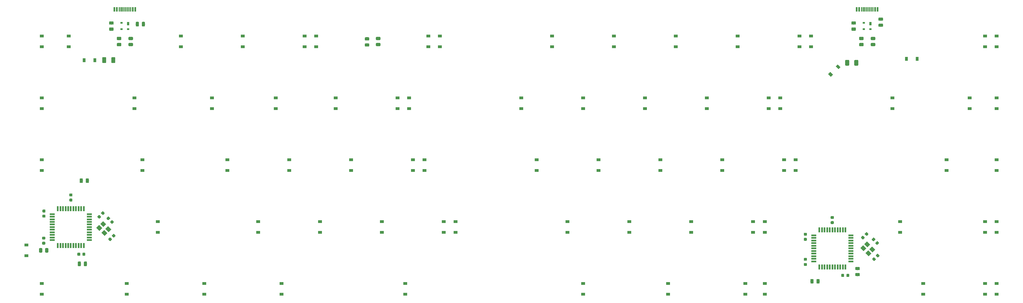
<source format=gbp>
G04 #@! TF.GenerationSoftware,KiCad,Pcbnew,(5.0.0)*
G04 #@! TF.CreationDate,2020-01-09T12:02:49-05:00*
G04 #@! TF.ProjectId,split_65,73706C69745F36352E6B696361645F70,1.0*
G04 #@! TF.SameCoordinates,Original*
G04 #@! TF.FileFunction,Paste,Bot*
G04 #@! TF.FilePolarity,Positive*
%FSLAX46Y46*%
G04 Gerber Fmt 4.6, Leading zero omitted, Abs format (unit mm)*
G04 Created by KiCad (PCBNEW (5.0.0)) date 01/09/20 12:02:49*
%MOMM*%
%LPD*%
G01*
G04 APERTURE LIST*
%ADD10C,0.100000*%
%ADD11C,0.875000*%
%ADD12R,0.600000X1.450000*%
%ADD13R,0.300000X1.450000*%
%ADD14R,1.200000X0.900000*%
%ADD15R,0.900000X1.200000*%
%ADD16C,0.900000*%
%ADD17C,1.250000*%
%ADD18C,0.975000*%
%ADD19R,0.550000X1.500000*%
%ADD20R,1.500000X0.550000*%
%ADD21R,0.700000X1.000000*%
%ADD22R,0.700000X0.600000*%
%ADD23C,1.200000*%
G04 APERTURE END LIST*
D10*
G04 #@! TO.C,C11*
G36*
X289181617Y-121733274D02*
X289202852Y-121736424D01*
X289223676Y-121741640D01*
X289243888Y-121748872D01*
X289263294Y-121758051D01*
X289281707Y-121769087D01*
X289298950Y-121781875D01*
X289314856Y-121796291D01*
X289677249Y-122158684D01*
X289691665Y-122174590D01*
X289704453Y-122191833D01*
X289715489Y-122210246D01*
X289724668Y-122229652D01*
X289731900Y-122249864D01*
X289737116Y-122270688D01*
X289740266Y-122291923D01*
X289741319Y-122313364D01*
X289740266Y-122334805D01*
X289737116Y-122356040D01*
X289731900Y-122376864D01*
X289724668Y-122397076D01*
X289715489Y-122416482D01*
X289704453Y-122434895D01*
X289691665Y-122452138D01*
X289677249Y-122468044D01*
X289367890Y-122777403D01*
X289351984Y-122791819D01*
X289334741Y-122804607D01*
X289316328Y-122815643D01*
X289296922Y-122824822D01*
X289276710Y-122832054D01*
X289255886Y-122837270D01*
X289234651Y-122840420D01*
X289213210Y-122841473D01*
X289191769Y-122840420D01*
X289170534Y-122837270D01*
X289149710Y-122832054D01*
X289129498Y-122824822D01*
X289110092Y-122815643D01*
X289091679Y-122804607D01*
X289074436Y-122791819D01*
X289058530Y-122777403D01*
X288696137Y-122415010D01*
X288681721Y-122399104D01*
X288668933Y-122381861D01*
X288657897Y-122363448D01*
X288648718Y-122344042D01*
X288641486Y-122323830D01*
X288636270Y-122303006D01*
X288633120Y-122281771D01*
X288632067Y-122260330D01*
X288633120Y-122238889D01*
X288636270Y-122217654D01*
X288641486Y-122196830D01*
X288648718Y-122176618D01*
X288657897Y-122157212D01*
X288668933Y-122138799D01*
X288681721Y-122121556D01*
X288696137Y-122105650D01*
X289005496Y-121796291D01*
X289021402Y-121781875D01*
X289038645Y-121769087D01*
X289057058Y-121758051D01*
X289076464Y-121748872D01*
X289096676Y-121741640D01*
X289117500Y-121736424D01*
X289138735Y-121733274D01*
X289160176Y-121732221D01*
X289181617Y-121733274D01*
X289181617Y-121733274D01*
G37*
D11*
X289186693Y-122286847D03*
D10*
G36*
X290295311Y-120619580D02*
X290316546Y-120622730D01*
X290337370Y-120627946D01*
X290357582Y-120635178D01*
X290376988Y-120644357D01*
X290395401Y-120655393D01*
X290412644Y-120668181D01*
X290428550Y-120682597D01*
X290790943Y-121044990D01*
X290805359Y-121060896D01*
X290818147Y-121078139D01*
X290829183Y-121096552D01*
X290838362Y-121115958D01*
X290845594Y-121136170D01*
X290850810Y-121156994D01*
X290853960Y-121178229D01*
X290855013Y-121199670D01*
X290853960Y-121221111D01*
X290850810Y-121242346D01*
X290845594Y-121263170D01*
X290838362Y-121283382D01*
X290829183Y-121302788D01*
X290818147Y-121321201D01*
X290805359Y-121338444D01*
X290790943Y-121354350D01*
X290481584Y-121663709D01*
X290465678Y-121678125D01*
X290448435Y-121690913D01*
X290430022Y-121701949D01*
X290410616Y-121711128D01*
X290390404Y-121718360D01*
X290369580Y-121723576D01*
X290348345Y-121726726D01*
X290326904Y-121727779D01*
X290305463Y-121726726D01*
X290284228Y-121723576D01*
X290263404Y-121718360D01*
X290243192Y-121711128D01*
X290223786Y-121701949D01*
X290205373Y-121690913D01*
X290188130Y-121678125D01*
X290172224Y-121663709D01*
X289809831Y-121301316D01*
X289795415Y-121285410D01*
X289782627Y-121268167D01*
X289771591Y-121249754D01*
X289762412Y-121230348D01*
X289755180Y-121210136D01*
X289749964Y-121189312D01*
X289746814Y-121168077D01*
X289745761Y-121146636D01*
X289746814Y-121125195D01*
X289749964Y-121103960D01*
X289755180Y-121083136D01*
X289762412Y-121062924D01*
X289771591Y-121043518D01*
X289782627Y-121025105D01*
X289795415Y-121007862D01*
X289809831Y-120991956D01*
X290119190Y-120682597D01*
X290135096Y-120668181D01*
X290152339Y-120655393D01*
X290170752Y-120644357D01*
X290190158Y-120635178D01*
X290210370Y-120627946D01*
X290231194Y-120622730D01*
X290252429Y-120619580D01*
X290273870Y-120618527D01*
X290295311Y-120619580D01*
X290295311Y-120619580D01*
G37*
D11*
X290300387Y-121173153D03*
G04 #@! TD*
D12*
G04 #@! TO.C,USB1*
X65137500Y-52046042D03*
X58687500Y-52046042D03*
X64362500Y-52046042D03*
X59462500Y-52046042D03*
D13*
X60162500Y-52046042D03*
X63662500Y-52046042D03*
X60662500Y-52046042D03*
X63162500Y-52046042D03*
X61162500Y-52046042D03*
X62662500Y-52046042D03*
X62162500Y-52046042D03*
X61662500Y-52046042D03*
G04 #@! TD*
D12*
G04 #@! TO.C,USB2*
X293739292Y-52046042D03*
X287289292Y-52046042D03*
X292964292Y-52046042D03*
X288064292Y-52046042D03*
D13*
X288764292Y-52046042D03*
X292264292Y-52046042D03*
X289264292Y-52046042D03*
X291764292Y-52046042D03*
X289764292Y-52046042D03*
X291264292Y-52046042D03*
X290764292Y-52046042D03*
X290264292Y-52046042D03*
G04 #@! TD*
D10*
G04 #@! TO.C,C1*
G36*
X57358077Y-122253274D02*
X57379312Y-122256424D01*
X57400136Y-122261640D01*
X57420348Y-122268872D01*
X57439754Y-122278051D01*
X57458167Y-122289087D01*
X57475410Y-122301875D01*
X57491316Y-122316291D01*
X57853709Y-122678684D01*
X57868125Y-122694590D01*
X57880913Y-122711833D01*
X57891949Y-122730246D01*
X57901128Y-122749652D01*
X57908360Y-122769864D01*
X57913576Y-122790688D01*
X57916726Y-122811923D01*
X57917779Y-122833364D01*
X57916726Y-122854805D01*
X57913576Y-122876040D01*
X57908360Y-122896864D01*
X57901128Y-122917076D01*
X57891949Y-122936482D01*
X57880913Y-122954895D01*
X57868125Y-122972138D01*
X57853709Y-122988044D01*
X57544350Y-123297403D01*
X57528444Y-123311819D01*
X57511201Y-123324607D01*
X57492788Y-123335643D01*
X57473382Y-123344822D01*
X57453170Y-123352054D01*
X57432346Y-123357270D01*
X57411111Y-123360420D01*
X57389670Y-123361473D01*
X57368229Y-123360420D01*
X57346994Y-123357270D01*
X57326170Y-123352054D01*
X57305958Y-123344822D01*
X57286552Y-123335643D01*
X57268139Y-123324607D01*
X57250896Y-123311819D01*
X57234990Y-123297403D01*
X56872597Y-122935010D01*
X56858181Y-122919104D01*
X56845393Y-122901861D01*
X56834357Y-122883448D01*
X56825178Y-122864042D01*
X56817946Y-122843830D01*
X56812730Y-122823006D01*
X56809580Y-122801771D01*
X56808527Y-122780330D01*
X56809580Y-122758889D01*
X56812730Y-122737654D01*
X56817946Y-122716830D01*
X56825178Y-122696618D01*
X56834357Y-122677212D01*
X56845393Y-122658799D01*
X56858181Y-122641556D01*
X56872597Y-122625650D01*
X57181956Y-122316291D01*
X57197862Y-122301875D01*
X57215105Y-122289087D01*
X57233518Y-122278051D01*
X57252924Y-122268872D01*
X57273136Y-122261640D01*
X57293960Y-122256424D01*
X57315195Y-122253274D01*
X57336636Y-122252221D01*
X57358077Y-122253274D01*
X57358077Y-122253274D01*
G37*
D11*
X57363153Y-122806847D03*
D10*
G36*
X58471771Y-121139580D02*
X58493006Y-121142730D01*
X58513830Y-121147946D01*
X58534042Y-121155178D01*
X58553448Y-121164357D01*
X58571861Y-121175393D01*
X58589104Y-121188181D01*
X58605010Y-121202597D01*
X58967403Y-121564990D01*
X58981819Y-121580896D01*
X58994607Y-121598139D01*
X59005643Y-121616552D01*
X59014822Y-121635958D01*
X59022054Y-121656170D01*
X59027270Y-121676994D01*
X59030420Y-121698229D01*
X59031473Y-121719670D01*
X59030420Y-121741111D01*
X59027270Y-121762346D01*
X59022054Y-121783170D01*
X59014822Y-121803382D01*
X59005643Y-121822788D01*
X58994607Y-121841201D01*
X58981819Y-121858444D01*
X58967403Y-121874350D01*
X58658044Y-122183709D01*
X58642138Y-122198125D01*
X58624895Y-122210913D01*
X58606482Y-122221949D01*
X58587076Y-122231128D01*
X58566864Y-122238360D01*
X58546040Y-122243576D01*
X58524805Y-122246726D01*
X58503364Y-122247779D01*
X58481923Y-122246726D01*
X58460688Y-122243576D01*
X58439864Y-122238360D01*
X58419652Y-122231128D01*
X58400246Y-122221949D01*
X58381833Y-122210913D01*
X58364590Y-122198125D01*
X58348684Y-122183709D01*
X57986291Y-121821316D01*
X57971875Y-121805410D01*
X57959087Y-121788167D01*
X57948051Y-121769754D01*
X57938872Y-121750348D01*
X57931640Y-121730136D01*
X57926424Y-121709312D01*
X57923274Y-121688077D01*
X57922221Y-121666636D01*
X57923274Y-121645195D01*
X57926424Y-121623960D01*
X57931640Y-121603136D01*
X57938872Y-121582924D01*
X57948051Y-121563518D01*
X57959087Y-121545105D01*
X57971875Y-121527862D01*
X57986291Y-121511956D01*
X58295650Y-121202597D01*
X58311556Y-121188181D01*
X58328799Y-121175393D01*
X58347212Y-121164357D01*
X58366618Y-121155178D01*
X58386830Y-121147946D01*
X58407654Y-121142730D01*
X58428889Y-121139580D01*
X58450330Y-121138527D01*
X58471771Y-121139580D01*
X58471771Y-121139580D01*
G37*
D11*
X58476847Y-121693153D03*
G04 #@! TD*
D10*
G04 #@! TO.C,C2*
G36*
X56871111Y-115799580D02*
X56892346Y-115802730D01*
X56913170Y-115807946D01*
X56933382Y-115815178D01*
X56952788Y-115824357D01*
X56971201Y-115835393D01*
X56988444Y-115848181D01*
X57004350Y-115862597D01*
X57313709Y-116171956D01*
X57328125Y-116187862D01*
X57340913Y-116205105D01*
X57351949Y-116223518D01*
X57361128Y-116242924D01*
X57368360Y-116263136D01*
X57373576Y-116283960D01*
X57376726Y-116305195D01*
X57377779Y-116326636D01*
X57376726Y-116348077D01*
X57373576Y-116369312D01*
X57368360Y-116390136D01*
X57361128Y-116410348D01*
X57351949Y-116429754D01*
X57340913Y-116448167D01*
X57328125Y-116465410D01*
X57313709Y-116481316D01*
X56951316Y-116843709D01*
X56935410Y-116858125D01*
X56918167Y-116870913D01*
X56899754Y-116881949D01*
X56880348Y-116891128D01*
X56860136Y-116898360D01*
X56839312Y-116903576D01*
X56818077Y-116906726D01*
X56796636Y-116907779D01*
X56775195Y-116906726D01*
X56753960Y-116903576D01*
X56733136Y-116898360D01*
X56712924Y-116891128D01*
X56693518Y-116881949D01*
X56675105Y-116870913D01*
X56657862Y-116858125D01*
X56641956Y-116843709D01*
X56332597Y-116534350D01*
X56318181Y-116518444D01*
X56305393Y-116501201D01*
X56294357Y-116482788D01*
X56285178Y-116463382D01*
X56277946Y-116443170D01*
X56272730Y-116422346D01*
X56269580Y-116401111D01*
X56268527Y-116379670D01*
X56269580Y-116358229D01*
X56272730Y-116336994D01*
X56277946Y-116316170D01*
X56285178Y-116295958D01*
X56294357Y-116276552D01*
X56305393Y-116258139D01*
X56318181Y-116240896D01*
X56332597Y-116224990D01*
X56694990Y-115862597D01*
X56710896Y-115848181D01*
X56728139Y-115835393D01*
X56746552Y-115824357D01*
X56765958Y-115815178D01*
X56786170Y-115807946D01*
X56806994Y-115802730D01*
X56828229Y-115799580D01*
X56849670Y-115798527D01*
X56871111Y-115799580D01*
X56871111Y-115799580D01*
G37*
D11*
X56823153Y-116353153D03*
D10*
G36*
X57984805Y-116913274D02*
X58006040Y-116916424D01*
X58026864Y-116921640D01*
X58047076Y-116928872D01*
X58066482Y-116938051D01*
X58084895Y-116949087D01*
X58102138Y-116961875D01*
X58118044Y-116976291D01*
X58427403Y-117285650D01*
X58441819Y-117301556D01*
X58454607Y-117318799D01*
X58465643Y-117337212D01*
X58474822Y-117356618D01*
X58482054Y-117376830D01*
X58487270Y-117397654D01*
X58490420Y-117418889D01*
X58491473Y-117440330D01*
X58490420Y-117461771D01*
X58487270Y-117483006D01*
X58482054Y-117503830D01*
X58474822Y-117524042D01*
X58465643Y-117543448D01*
X58454607Y-117561861D01*
X58441819Y-117579104D01*
X58427403Y-117595010D01*
X58065010Y-117957403D01*
X58049104Y-117971819D01*
X58031861Y-117984607D01*
X58013448Y-117995643D01*
X57994042Y-118004822D01*
X57973830Y-118012054D01*
X57953006Y-118017270D01*
X57931771Y-118020420D01*
X57910330Y-118021473D01*
X57888889Y-118020420D01*
X57867654Y-118017270D01*
X57846830Y-118012054D01*
X57826618Y-118004822D01*
X57807212Y-117995643D01*
X57788799Y-117984607D01*
X57771556Y-117971819D01*
X57755650Y-117957403D01*
X57446291Y-117648044D01*
X57431875Y-117632138D01*
X57419087Y-117614895D01*
X57408051Y-117596482D01*
X57398872Y-117577076D01*
X57391640Y-117556864D01*
X57386424Y-117536040D01*
X57383274Y-117514805D01*
X57382221Y-117493364D01*
X57383274Y-117471923D01*
X57386424Y-117450688D01*
X57391640Y-117429864D01*
X57398872Y-117409652D01*
X57408051Y-117390246D01*
X57419087Y-117371833D01*
X57431875Y-117354590D01*
X57446291Y-117338684D01*
X57808684Y-116976291D01*
X57824590Y-116961875D01*
X57841833Y-116949087D01*
X57860246Y-116938051D01*
X57879652Y-116928872D01*
X57899864Y-116921640D01*
X57920688Y-116916424D01*
X57941923Y-116913274D01*
X57963364Y-116912221D01*
X57984805Y-116913274D01*
X57984805Y-116913274D01*
G37*
D11*
X57936847Y-117466847D03*
G04 #@! TD*
D10*
G04 #@! TO.C,C3*
G36*
X45557691Y-110301053D02*
X45578926Y-110304203D01*
X45599750Y-110309419D01*
X45619962Y-110316651D01*
X45639368Y-110325830D01*
X45657781Y-110336866D01*
X45675024Y-110349654D01*
X45690930Y-110364070D01*
X45705346Y-110379976D01*
X45718134Y-110397219D01*
X45729170Y-110415632D01*
X45738349Y-110435038D01*
X45745581Y-110455250D01*
X45750797Y-110476074D01*
X45753947Y-110497309D01*
X45755000Y-110518750D01*
X45755000Y-110956250D01*
X45753947Y-110977691D01*
X45750797Y-110998926D01*
X45745581Y-111019750D01*
X45738349Y-111039962D01*
X45729170Y-111059368D01*
X45718134Y-111077781D01*
X45705346Y-111095024D01*
X45690930Y-111110930D01*
X45675024Y-111125346D01*
X45657781Y-111138134D01*
X45639368Y-111149170D01*
X45619962Y-111158349D01*
X45599750Y-111165581D01*
X45578926Y-111170797D01*
X45557691Y-111173947D01*
X45536250Y-111175000D01*
X45023750Y-111175000D01*
X45002309Y-111173947D01*
X44981074Y-111170797D01*
X44960250Y-111165581D01*
X44940038Y-111158349D01*
X44920632Y-111149170D01*
X44902219Y-111138134D01*
X44884976Y-111125346D01*
X44869070Y-111110930D01*
X44854654Y-111095024D01*
X44841866Y-111077781D01*
X44830830Y-111059368D01*
X44821651Y-111039962D01*
X44814419Y-111019750D01*
X44809203Y-110998926D01*
X44806053Y-110977691D01*
X44805000Y-110956250D01*
X44805000Y-110518750D01*
X44806053Y-110497309D01*
X44809203Y-110476074D01*
X44814419Y-110455250D01*
X44821651Y-110435038D01*
X44830830Y-110415632D01*
X44841866Y-110397219D01*
X44854654Y-110379976D01*
X44869070Y-110364070D01*
X44884976Y-110349654D01*
X44902219Y-110336866D01*
X44920632Y-110325830D01*
X44940038Y-110316651D01*
X44960250Y-110309419D01*
X44981074Y-110304203D01*
X45002309Y-110301053D01*
X45023750Y-110300000D01*
X45536250Y-110300000D01*
X45557691Y-110301053D01*
X45557691Y-110301053D01*
G37*
D11*
X45280000Y-110737500D03*
D10*
G36*
X45557691Y-108726053D02*
X45578926Y-108729203D01*
X45599750Y-108734419D01*
X45619962Y-108741651D01*
X45639368Y-108750830D01*
X45657781Y-108761866D01*
X45675024Y-108774654D01*
X45690930Y-108789070D01*
X45705346Y-108804976D01*
X45718134Y-108822219D01*
X45729170Y-108840632D01*
X45738349Y-108860038D01*
X45745581Y-108880250D01*
X45750797Y-108901074D01*
X45753947Y-108922309D01*
X45755000Y-108943750D01*
X45755000Y-109381250D01*
X45753947Y-109402691D01*
X45750797Y-109423926D01*
X45745581Y-109444750D01*
X45738349Y-109464962D01*
X45729170Y-109484368D01*
X45718134Y-109502781D01*
X45705346Y-109520024D01*
X45690930Y-109535930D01*
X45675024Y-109550346D01*
X45657781Y-109563134D01*
X45639368Y-109574170D01*
X45619962Y-109583349D01*
X45599750Y-109590581D01*
X45578926Y-109595797D01*
X45557691Y-109598947D01*
X45536250Y-109600000D01*
X45023750Y-109600000D01*
X45002309Y-109598947D01*
X44981074Y-109595797D01*
X44960250Y-109590581D01*
X44940038Y-109583349D01*
X44920632Y-109574170D01*
X44902219Y-109563134D01*
X44884976Y-109550346D01*
X44869070Y-109535930D01*
X44854654Y-109520024D01*
X44841866Y-109502781D01*
X44830830Y-109484368D01*
X44821651Y-109464962D01*
X44814419Y-109444750D01*
X44809203Y-109423926D01*
X44806053Y-109402691D01*
X44805000Y-109381250D01*
X44805000Y-108943750D01*
X44806053Y-108922309D01*
X44809203Y-108901074D01*
X44814419Y-108880250D01*
X44821651Y-108860038D01*
X44830830Y-108840632D01*
X44841866Y-108822219D01*
X44854654Y-108804976D01*
X44869070Y-108789070D01*
X44884976Y-108774654D01*
X44902219Y-108761866D01*
X44920632Y-108750830D01*
X44940038Y-108741651D01*
X44960250Y-108734419D01*
X44981074Y-108729203D01*
X45002309Y-108726053D01*
X45023750Y-108725000D01*
X45536250Y-108725000D01*
X45557691Y-108726053D01*
X45557691Y-108726053D01*
G37*
D11*
X45280000Y-109162500D03*
G04 #@! TD*
D10*
G04 #@! TO.C,C4*
G36*
X53988077Y-115303274D02*
X54009312Y-115306424D01*
X54030136Y-115311640D01*
X54050348Y-115318872D01*
X54069754Y-115328051D01*
X54088167Y-115339087D01*
X54105410Y-115351875D01*
X54121316Y-115366291D01*
X54483709Y-115728684D01*
X54498125Y-115744590D01*
X54510913Y-115761833D01*
X54521949Y-115780246D01*
X54531128Y-115799652D01*
X54538360Y-115819864D01*
X54543576Y-115840688D01*
X54546726Y-115861923D01*
X54547779Y-115883364D01*
X54546726Y-115904805D01*
X54543576Y-115926040D01*
X54538360Y-115946864D01*
X54531128Y-115967076D01*
X54521949Y-115986482D01*
X54510913Y-116004895D01*
X54498125Y-116022138D01*
X54483709Y-116038044D01*
X54174350Y-116347403D01*
X54158444Y-116361819D01*
X54141201Y-116374607D01*
X54122788Y-116385643D01*
X54103382Y-116394822D01*
X54083170Y-116402054D01*
X54062346Y-116407270D01*
X54041111Y-116410420D01*
X54019670Y-116411473D01*
X53998229Y-116410420D01*
X53976994Y-116407270D01*
X53956170Y-116402054D01*
X53935958Y-116394822D01*
X53916552Y-116385643D01*
X53898139Y-116374607D01*
X53880896Y-116361819D01*
X53864990Y-116347403D01*
X53502597Y-115985010D01*
X53488181Y-115969104D01*
X53475393Y-115951861D01*
X53464357Y-115933448D01*
X53455178Y-115914042D01*
X53447946Y-115893830D01*
X53442730Y-115873006D01*
X53439580Y-115851771D01*
X53438527Y-115830330D01*
X53439580Y-115808889D01*
X53442730Y-115787654D01*
X53447946Y-115766830D01*
X53455178Y-115746618D01*
X53464357Y-115727212D01*
X53475393Y-115708799D01*
X53488181Y-115691556D01*
X53502597Y-115675650D01*
X53811956Y-115366291D01*
X53827862Y-115351875D01*
X53845105Y-115339087D01*
X53863518Y-115328051D01*
X53882924Y-115318872D01*
X53903136Y-115311640D01*
X53923960Y-115306424D01*
X53945195Y-115303274D01*
X53966636Y-115302221D01*
X53988077Y-115303274D01*
X53988077Y-115303274D01*
G37*
D11*
X53993153Y-115856847D03*
D10*
G36*
X55101771Y-114189580D02*
X55123006Y-114192730D01*
X55143830Y-114197946D01*
X55164042Y-114205178D01*
X55183448Y-114214357D01*
X55201861Y-114225393D01*
X55219104Y-114238181D01*
X55235010Y-114252597D01*
X55597403Y-114614990D01*
X55611819Y-114630896D01*
X55624607Y-114648139D01*
X55635643Y-114666552D01*
X55644822Y-114685958D01*
X55652054Y-114706170D01*
X55657270Y-114726994D01*
X55660420Y-114748229D01*
X55661473Y-114769670D01*
X55660420Y-114791111D01*
X55657270Y-114812346D01*
X55652054Y-114833170D01*
X55644822Y-114853382D01*
X55635643Y-114872788D01*
X55624607Y-114891201D01*
X55611819Y-114908444D01*
X55597403Y-114924350D01*
X55288044Y-115233709D01*
X55272138Y-115248125D01*
X55254895Y-115260913D01*
X55236482Y-115271949D01*
X55217076Y-115281128D01*
X55196864Y-115288360D01*
X55176040Y-115293576D01*
X55154805Y-115296726D01*
X55133364Y-115297779D01*
X55111923Y-115296726D01*
X55090688Y-115293576D01*
X55069864Y-115288360D01*
X55049652Y-115281128D01*
X55030246Y-115271949D01*
X55011833Y-115260913D01*
X54994590Y-115248125D01*
X54978684Y-115233709D01*
X54616291Y-114871316D01*
X54601875Y-114855410D01*
X54589087Y-114838167D01*
X54578051Y-114819754D01*
X54568872Y-114800348D01*
X54561640Y-114780136D01*
X54556424Y-114759312D01*
X54553274Y-114738077D01*
X54552221Y-114716636D01*
X54553274Y-114695195D01*
X54556424Y-114673960D01*
X54561640Y-114653136D01*
X54568872Y-114632924D01*
X54578051Y-114613518D01*
X54589087Y-114595105D01*
X54601875Y-114577862D01*
X54616291Y-114561956D01*
X54925650Y-114252597D01*
X54941556Y-114238181D01*
X54958799Y-114225393D01*
X54977212Y-114214357D01*
X54996618Y-114205178D01*
X55016830Y-114197946D01*
X55037654Y-114192730D01*
X55058889Y-114189580D01*
X55080330Y-114188527D01*
X55101771Y-114189580D01*
X55101771Y-114189580D01*
G37*
D11*
X55106847Y-114743153D03*
G04 #@! TD*
D10*
G04 #@! TO.C,C5*
G36*
X47952691Y-126923463D02*
X47973926Y-126926613D01*
X47994750Y-126931829D01*
X48014962Y-126939061D01*
X48034368Y-126948240D01*
X48052781Y-126959276D01*
X48070024Y-126972064D01*
X48085930Y-126986480D01*
X48100346Y-127002386D01*
X48113134Y-127019629D01*
X48124170Y-127038042D01*
X48133349Y-127057448D01*
X48140581Y-127077660D01*
X48145797Y-127098484D01*
X48148947Y-127119719D01*
X48150000Y-127141160D01*
X48150000Y-127653660D01*
X48148947Y-127675101D01*
X48145797Y-127696336D01*
X48140581Y-127717160D01*
X48133349Y-127737372D01*
X48124170Y-127756778D01*
X48113134Y-127775191D01*
X48100346Y-127792434D01*
X48085930Y-127808340D01*
X48070024Y-127822756D01*
X48052781Y-127835544D01*
X48034368Y-127846580D01*
X48014962Y-127855759D01*
X47994750Y-127862991D01*
X47973926Y-127868207D01*
X47952691Y-127871357D01*
X47931250Y-127872410D01*
X47493750Y-127872410D01*
X47472309Y-127871357D01*
X47451074Y-127868207D01*
X47430250Y-127862991D01*
X47410038Y-127855759D01*
X47390632Y-127846580D01*
X47372219Y-127835544D01*
X47354976Y-127822756D01*
X47339070Y-127808340D01*
X47324654Y-127792434D01*
X47311866Y-127775191D01*
X47300830Y-127756778D01*
X47291651Y-127737372D01*
X47284419Y-127717160D01*
X47279203Y-127696336D01*
X47276053Y-127675101D01*
X47275000Y-127653660D01*
X47275000Y-127141160D01*
X47276053Y-127119719D01*
X47279203Y-127098484D01*
X47284419Y-127077660D01*
X47291651Y-127057448D01*
X47300830Y-127038042D01*
X47311866Y-127019629D01*
X47324654Y-127002386D01*
X47339070Y-126986480D01*
X47354976Y-126972064D01*
X47372219Y-126959276D01*
X47390632Y-126948240D01*
X47410038Y-126939061D01*
X47430250Y-126931829D01*
X47451074Y-126926613D01*
X47472309Y-126923463D01*
X47493750Y-126922410D01*
X47931250Y-126922410D01*
X47952691Y-126923463D01*
X47952691Y-126923463D01*
G37*
D11*
X47712500Y-127397410D03*
D10*
G36*
X49527691Y-126923463D02*
X49548926Y-126926613D01*
X49569750Y-126931829D01*
X49589962Y-126939061D01*
X49609368Y-126948240D01*
X49627781Y-126959276D01*
X49645024Y-126972064D01*
X49660930Y-126986480D01*
X49675346Y-127002386D01*
X49688134Y-127019629D01*
X49699170Y-127038042D01*
X49708349Y-127057448D01*
X49715581Y-127077660D01*
X49720797Y-127098484D01*
X49723947Y-127119719D01*
X49725000Y-127141160D01*
X49725000Y-127653660D01*
X49723947Y-127675101D01*
X49720797Y-127696336D01*
X49715581Y-127717160D01*
X49708349Y-127737372D01*
X49699170Y-127756778D01*
X49688134Y-127775191D01*
X49675346Y-127792434D01*
X49660930Y-127808340D01*
X49645024Y-127822756D01*
X49627781Y-127835544D01*
X49609368Y-127846580D01*
X49589962Y-127855759D01*
X49569750Y-127862991D01*
X49548926Y-127868207D01*
X49527691Y-127871357D01*
X49506250Y-127872410D01*
X49068750Y-127872410D01*
X49047309Y-127871357D01*
X49026074Y-127868207D01*
X49005250Y-127862991D01*
X48985038Y-127855759D01*
X48965632Y-127846580D01*
X48947219Y-127835544D01*
X48929976Y-127822756D01*
X48914070Y-127808340D01*
X48899654Y-127792434D01*
X48886866Y-127775191D01*
X48875830Y-127756778D01*
X48866651Y-127737372D01*
X48859419Y-127717160D01*
X48854203Y-127696336D01*
X48851053Y-127675101D01*
X48850000Y-127653660D01*
X48850000Y-127141160D01*
X48851053Y-127119719D01*
X48854203Y-127098484D01*
X48859419Y-127077660D01*
X48866651Y-127057448D01*
X48875830Y-127038042D01*
X48886866Y-127019629D01*
X48899654Y-127002386D01*
X48914070Y-126986480D01*
X48929976Y-126972064D01*
X48947219Y-126959276D01*
X48965632Y-126948240D01*
X48985038Y-126939061D01*
X49005250Y-126931829D01*
X49026074Y-126926613D01*
X49047309Y-126923463D01*
X49068750Y-126922410D01*
X49506250Y-126922410D01*
X49527691Y-126923463D01*
X49527691Y-126923463D01*
G37*
D11*
X49287500Y-127397410D03*
G04 #@! TD*
D10*
G04 #@! TO.C,C6*
G36*
X37187221Y-122006258D02*
X37208456Y-122009408D01*
X37229280Y-122014624D01*
X37249492Y-122021856D01*
X37268898Y-122031035D01*
X37287311Y-122042071D01*
X37304554Y-122054859D01*
X37320460Y-122069275D01*
X37334876Y-122085181D01*
X37347664Y-122102424D01*
X37358700Y-122120837D01*
X37367879Y-122140243D01*
X37375111Y-122160455D01*
X37380327Y-122181279D01*
X37383477Y-122202514D01*
X37384530Y-122223955D01*
X37384530Y-122661455D01*
X37383477Y-122682896D01*
X37380327Y-122704131D01*
X37375111Y-122724955D01*
X37367879Y-122745167D01*
X37358700Y-122764573D01*
X37347664Y-122782986D01*
X37334876Y-122800229D01*
X37320460Y-122816135D01*
X37304554Y-122830551D01*
X37287311Y-122843339D01*
X37268898Y-122854375D01*
X37249492Y-122863554D01*
X37229280Y-122870786D01*
X37208456Y-122876002D01*
X37187221Y-122879152D01*
X37165780Y-122880205D01*
X36653280Y-122880205D01*
X36631839Y-122879152D01*
X36610604Y-122876002D01*
X36589780Y-122870786D01*
X36569568Y-122863554D01*
X36550162Y-122854375D01*
X36531749Y-122843339D01*
X36514506Y-122830551D01*
X36498600Y-122816135D01*
X36484184Y-122800229D01*
X36471396Y-122782986D01*
X36460360Y-122764573D01*
X36451181Y-122745167D01*
X36443949Y-122724955D01*
X36438733Y-122704131D01*
X36435583Y-122682896D01*
X36434530Y-122661455D01*
X36434530Y-122223955D01*
X36435583Y-122202514D01*
X36438733Y-122181279D01*
X36443949Y-122160455D01*
X36451181Y-122140243D01*
X36460360Y-122120837D01*
X36471396Y-122102424D01*
X36484184Y-122085181D01*
X36498600Y-122069275D01*
X36514506Y-122054859D01*
X36531749Y-122042071D01*
X36550162Y-122031035D01*
X36569568Y-122021856D01*
X36589780Y-122014624D01*
X36610604Y-122009408D01*
X36631839Y-122006258D01*
X36653280Y-122005205D01*
X37165780Y-122005205D01*
X37187221Y-122006258D01*
X37187221Y-122006258D01*
G37*
D11*
X36909530Y-122442705D03*
D10*
G36*
X37187221Y-123581258D02*
X37208456Y-123584408D01*
X37229280Y-123589624D01*
X37249492Y-123596856D01*
X37268898Y-123606035D01*
X37287311Y-123617071D01*
X37304554Y-123629859D01*
X37320460Y-123644275D01*
X37334876Y-123660181D01*
X37347664Y-123677424D01*
X37358700Y-123695837D01*
X37367879Y-123715243D01*
X37375111Y-123735455D01*
X37380327Y-123756279D01*
X37383477Y-123777514D01*
X37384530Y-123798955D01*
X37384530Y-124236455D01*
X37383477Y-124257896D01*
X37380327Y-124279131D01*
X37375111Y-124299955D01*
X37367879Y-124320167D01*
X37358700Y-124339573D01*
X37347664Y-124357986D01*
X37334876Y-124375229D01*
X37320460Y-124391135D01*
X37304554Y-124405551D01*
X37287311Y-124418339D01*
X37268898Y-124429375D01*
X37249492Y-124438554D01*
X37229280Y-124445786D01*
X37208456Y-124451002D01*
X37187221Y-124454152D01*
X37165780Y-124455205D01*
X36653280Y-124455205D01*
X36631839Y-124454152D01*
X36610604Y-124451002D01*
X36589780Y-124445786D01*
X36569568Y-124438554D01*
X36550162Y-124429375D01*
X36531749Y-124418339D01*
X36514506Y-124405551D01*
X36498600Y-124391135D01*
X36484184Y-124375229D01*
X36471396Y-124357986D01*
X36460360Y-124339573D01*
X36451181Y-124320167D01*
X36443949Y-124299955D01*
X36438733Y-124279131D01*
X36435583Y-124257896D01*
X36434530Y-124236455D01*
X36434530Y-123798955D01*
X36435583Y-123777514D01*
X36438733Y-123756279D01*
X36443949Y-123735455D01*
X36451181Y-123715243D01*
X36460360Y-123695837D01*
X36471396Y-123677424D01*
X36484184Y-123660181D01*
X36498600Y-123644275D01*
X36514506Y-123629859D01*
X36531749Y-123617071D01*
X36550162Y-123606035D01*
X36569568Y-123596856D01*
X36589780Y-123589624D01*
X36610604Y-123584408D01*
X36631839Y-123581258D01*
X36653280Y-123580205D01*
X37165780Y-123580205D01*
X37187221Y-123581258D01*
X37187221Y-123581258D01*
G37*
D11*
X36909530Y-124017705D03*
G04 #@! TD*
D10*
G04 #@! TO.C,C7*
G36*
X37257691Y-113671848D02*
X37278926Y-113674998D01*
X37299750Y-113680214D01*
X37319962Y-113687446D01*
X37339368Y-113696625D01*
X37357781Y-113707661D01*
X37375024Y-113720449D01*
X37390930Y-113734865D01*
X37405346Y-113750771D01*
X37418134Y-113768014D01*
X37429170Y-113786427D01*
X37438349Y-113805833D01*
X37445581Y-113826045D01*
X37450797Y-113846869D01*
X37453947Y-113868104D01*
X37455000Y-113889545D01*
X37455000Y-114327045D01*
X37453947Y-114348486D01*
X37450797Y-114369721D01*
X37445581Y-114390545D01*
X37438349Y-114410757D01*
X37429170Y-114430163D01*
X37418134Y-114448576D01*
X37405346Y-114465819D01*
X37390930Y-114481725D01*
X37375024Y-114496141D01*
X37357781Y-114508929D01*
X37339368Y-114519965D01*
X37319962Y-114529144D01*
X37299750Y-114536376D01*
X37278926Y-114541592D01*
X37257691Y-114544742D01*
X37236250Y-114545795D01*
X36723750Y-114545795D01*
X36702309Y-114544742D01*
X36681074Y-114541592D01*
X36660250Y-114536376D01*
X36640038Y-114529144D01*
X36620632Y-114519965D01*
X36602219Y-114508929D01*
X36584976Y-114496141D01*
X36569070Y-114481725D01*
X36554654Y-114465819D01*
X36541866Y-114448576D01*
X36530830Y-114430163D01*
X36521651Y-114410757D01*
X36514419Y-114390545D01*
X36509203Y-114369721D01*
X36506053Y-114348486D01*
X36505000Y-114327045D01*
X36505000Y-113889545D01*
X36506053Y-113868104D01*
X36509203Y-113846869D01*
X36514419Y-113826045D01*
X36521651Y-113805833D01*
X36530830Y-113786427D01*
X36541866Y-113768014D01*
X36554654Y-113750771D01*
X36569070Y-113734865D01*
X36584976Y-113720449D01*
X36602219Y-113707661D01*
X36620632Y-113696625D01*
X36640038Y-113687446D01*
X36660250Y-113680214D01*
X36681074Y-113674998D01*
X36702309Y-113671848D01*
X36723750Y-113670795D01*
X37236250Y-113670795D01*
X37257691Y-113671848D01*
X37257691Y-113671848D01*
G37*
D11*
X36980000Y-114108295D03*
D10*
G36*
X37257691Y-115246848D02*
X37278926Y-115249998D01*
X37299750Y-115255214D01*
X37319962Y-115262446D01*
X37339368Y-115271625D01*
X37357781Y-115282661D01*
X37375024Y-115295449D01*
X37390930Y-115309865D01*
X37405346Y-115325771D01*
X37418134Y-115343014D01*
X37429170Y-115361427D01*
X37438349Y-115380833D01*
X37445581Y-115401045D01*
X37450797Y-115421869D01*
X37453947Y-115443104D01*
X37455000Y-115464545D01*
X37455000Y-115902045D01*
X37453947Y-115923486D01*
X37450797Y-115944721D01*
X37445581Y-115965545D01*
X37438349Y-115985757D01*
X37429170Y-116005163D01*
X37418134Y-116023576D01*
X37405346Y-116040819D01*
X37390930Y-116056725D01*
X37375024Y-116071141D01*
X37357781Y-116083929D01*
X37339368Y-116094965D01*
X37319962Y-116104144D01*
X37299750Y-116111376D01*
X37278926Y-116116592D01*
X37257691Y-116119742D01*
X37236250Y-116120795D01*
X36723750Y-116120795D01*
X36702309Y-116119742D01*
X36681074Y-116116592D01*
X36660250Y-116111376D01*
X36640038Y-116104144D01*
X36620632Y-116094965D01*
X36602219Y-116083929D01*
X36584976Y-116071141D01*
X36569070Y-116056725D01*
X36554654Y-116040819D01*
X36541866Y-116023576D01*
X36530830Y-116005163D01*
X36521651Y-115985757D01*
X36514419Y-115965545D01*
X36509203Y-115944721D01*
X36506053Y-115923486D01*
X36505000Y-115902045D01*
X36505000Y-115464545D01*
X36506053Y-115443104D01*
X36509203Y-115421869D01*
X36514419Y-115401045D01*
X36521651Y-115380833D01*
X36530830Y-115361427D01*
X36541866Y-115343014D01*
X36554654Y-115325771D01*
X36569070Y-115309865D01*
X36584976Y-115295449D01*
X36602219Y-115282661D01*
X36620632Y-115271625D01*
X36640038Y-115262446D01*
X36660250Y-115255214D01*
X36681074Y-115249998D01*
X36702309Y-115246848D01*
X36723750Y-115245795D01*
X37236250Y-115245795D01*
X37257691Y-115246848D01*
X37257691Y-115246848D01*
G37*
D11*
X36980000Y-115683295D03*
G04 #@! TD*
D10*
G04 #@! TO.C,C8*
G36*
X293735311Y-127269580D02*
X293756546Y-127272730D01*
X293777370Y-127277946D01*
X293797582Y-127285178D01*
X293816988Y-127294357D01*
X293835401Y-127305393D01*
X293852644Y-127318181D01*
X293868550Y-127332597D01*
X294230943Y-127694990D01*
X294245359Y-127710896D01*
X294258147Y-127728139D01*
X294269183Y-127746552D01*
X294278362Y-127765958D01*
X294285594Y-127786170D01*
X294290810Y-127806994D01*
X294293960Y-127828229D01*
X294295013Y-127849670D01*
X294293960Y-127871111D01*
X294290810Y-127892346D01*
X294285594Y-127913170D01*
X294278362Y-127933382D01*
X294269183Y-127952788D01*
X294258147Y-127971201D01*
X294245359Y-127988444D01*
X294230943Y-128004350D01*
X293921584Y-128313709D01*
X293905678Y-128328125D01*
X293888435Y-128340913D01*
X293870022Y-128351949D01*
X293850616Y-128361128D01*
X293830404Y-128368360D01*
X293809580Y-128373576D01*
X293788345Y-128376726D01*
X293766904Y-128377779D01*
X293745463Y-128376726D01*
X293724228Y-128373576D01*
X293703404Y-128368360D01*
X293683192Y-128361128D01*
X293663786Y-128351949D01*
X293645373Y-128340913D01*
X293628130Y-128328125D01*
X293612224Y-128313709D01*
X293249831Y-127951316D01*
X293235415Y-127935410D01*
X293222627Y-127918167D01*
X293211591Y-127899754D01*
X293202412Y-127880348D01*
X293195180Y-127860136D01*
X293189964Y-127839312D01*
X293186814Y-127818077D01*
X293185761Y-127796636D01*
X293186814Y-127775195D01*
X293189964Y-127753960D01*
X293195180Y-127733136D01*
X293202412Y-127712924D01*
X293211591Y-127693518D01*
X293222627Y-127675105D01*
X293235415Y-127657862D01*
X293249831Y-127641956D01*
X293559190Y-127332597D01*
X293575096Y-127318181D01*
X293592339Y-127305393D01*
X293610752Y-127294357D01*
X293630158Y-127285178D01*
X293650370Y-127277946D01*
X293671194Y-127272730D01*
X293692429Y-127269580D01*
X293713870Y-127268527D01*
X293735311Y-127269580D01*
X293735311Y-127269580D01*
G37*
D11*
X293740387Y-127823153D03*
D10*
G36*
X292621617Y-128383274D02*
X292642852Y-128386424D01*
X292663676Y-128391640D01*
X292683888Y-128398872D01*
X292703294Y-128408051D01*
X292721707Y-128419087D01*
X292738950Y-128431875D01*
X292754856Y-128446291D01*
X293117249Y-128808684D01*
X293131665Y-128824590D01*
X293144453Y-128841833D01*
X293155489Y-128860246D01*
X293164668Y-128879652D01*
X293171900Y-128899864D01*
X293177116Y-128920688D01*
X293180266Y-128941923D01*
X293181319Y-128963364D01*
X293180266Y-128984805D01*
X293177116Y-129006040D01*
X293171900Y-129026864D01*
X293164668Y-129047076D01*
X293155489Y-129066482D01*
X293144453Y-129084895D01*
X293131665Y-129102138D01*
X293117249Y-129118044D01*
X292807890Y-129427403D01*
X292791984Y-129441819D01*
X292774741Y-129454607D01*
X292756328Y-129465643D01*
X292736922Y-129474822D01*
X292716710Y-129482054D01*
X292695886Y-129487270D01*
X292674651Y-129490420D01*
X292653210Y-129491473D01*
X292631769Y-129490420D01*
X292610534Y-129487270D01*
X292589710Y-129482054D01*
X292569498Y-129474822D01*
X292550092Y-129465643D01*
X292531679Y-129454607D01*
X292514436Y-129441819D01*
X292498530Y-129427403D01*
X292136137Y-129065010D01*
X292121721Y-129049104D01*
X292108933Y-129031861D01*
X292097897Y-129013448D01*
X292088718Y-128994042D01*
X292081486Y-128973830D01*
X292076270Y-128953006D01*
X292073120Y-128931771D01*
X292072067Y-128910330D01*
X292073120Y-128888889D01*
X292076270Y-128867654D01*
X292081486Y-128846830D01*
X292088718Y-128826618D01*
X292097897Y-128807212D01*
X292108933Y-128788799D01*
X292121721Y-128771556D01*
X292136137Y-128755650D01*
X292445496Y-128446291D01*
X292461402Y-128431875D01*
X292478645Y-128419087D01*
X292497058Y-128408051D01*
X292516464Y-128398872D01*
X292536676Y-128391640D01*
X292557500Y-128386424D01*
X292578735Y-128383274D01*
X292600176Y-128382221D01*
X292621617Y-128383274D01*
X292621617Y-128383274D01*
G37*
D11*
X292626693Y-128936847D03*
G04 #@! TD*
D10*
G04 #@! TO.C,C9*
G36*
X292514651Y-122289580D02*
X292535886Y-122292730D01*
X292556710Y-122297946D01*
X292576922Y-122305178D01*
X292596328Y-122314357D01*
X292614741Y-122325393D01*
X292631984Y-122338181D01*
X292647890Y-122352597D01*
X292957249Y-122661956D01*
X292971665Y-122677862D01*
X292984453Y-122695105D01*
X292995489Y-122713518D01*
X293004668Y-122732924D01*
X293011900Y-122753136D01*
X293017116Y-122773960D01*
X293020266Y-122795195D01*
X293021319Y-122816636D01*
X293020266Y-122838077D01*
X293017116Y-122859312D01*
X293011900Y-122880136D01*
X293004668Y-122900348D01*
X292995489Y-122919754D01*
X292984453Y-122938167D01*
X292971665Y-122955410D01*
X292957249Y-122971316D01*
X292594856Y-123333709D01*
X292578950Y-123348125D01*
X292561707Y-123360913D01*
X292543294Y-123371949D01*
X292523888Y-123381128D01*
X292503676Y-123388360D01*
X292482852Y-123393576D01*
X292461617Y-123396726D01*
X292440176Y-123397779D01*
X292418735Y-123396726D01*
X292397500Y-123393576D01*
X292376676Y-123388360D01*
X292356464Y-123381128D01*
X292337058Y-123371949D01*
X292318645Y-123360913D01*
X292301402Y-123348125D01*
X292285496Y-123333709D01*
X291976137Y-123024350D01*
X291961721Y-123008444D01*
X291948933Y-122991201D01*
X291937897Y-122972788D01*
X291928718Y-122953382D01*
X291921486Y-122933170D01*
X291916270Y-122912346D01*
X291913120Y-122891111D01*
X291912067Y-122869670D01*
X291913120Y-122848229D01*
X291916270Y-122826994D01*
X291921486Y-122806170D01*
X291928718Y-122785958D01*
X291937897Y-122766552D01*
X291948933Y-122748139D01*
X291961721Y-122730896D01*
X291976137Y-122714990D01*
X292338530Y-122352597D01*
X292354436Y-122338181D01*
X292371679Y-122325393D01*
X292390092Y-122314357D01*
X292409498Y-122305178D01*
X292429710Y-122297946D01*
X292450534Y-122292730D01*
X292471769Y-122289580D01*
X292493210Y-122288527D01*
X292514651Y-122289580D01*
X292514651Y-122289580D01*
G37*
D11*
X292466693Y-122843153D03*
D10*
G36*
X293628345Y-123403274D02*
X293649580Y-123406424D01*
X293670404Y-123411640D01*
X293690616Y-123418872D01*
X293710022Y-123428051D01*
X293728435Y-123439087D01*
X293745678Y-123451875D01*
X293761584Y-123466291D01*
X294070943Y-123775650D01*
X294085359Y-123791556D01*
X294098147Y-123808799D01*
X294109183Y-123827212D01*
X294118362Y-123846618D01*
X294125594Y-123866830D01*
X294130810Y-123887654D01*
X294133960Y-123908889D01*
X294135013Y-123930330D01*
X294133960Y-123951771D01*
X294130810Y-123973006D01*
X294125594Y-123993830D01*
X294118362Y-124014042D01*
X294109183Y-124033448D01*
X294098147Y-124051861D01*
X294085359Y-124069104D01*
X294070943Y-124085010D01*
X293708550Y-124447403D01*
X293692644Y-124461819D01*
X293675401Y-124474607D01*
X293656988Y-124485643D01*
X293637582Y-124494822D01*
X293617370Y-124502054D01*
X293596546Y-124507270D01*
X293575311Y-124510420D01*
X293553870Y-124511473D01*
X293532429Y-124510420D01*
X293511194Y-124507270D01*
X293490370Y-124502054D01*
X293470158Y-124494822D01*
X293450752Y-124485643D01*
X293432339Y-124474607D01*
X293415096Y-124461819D01*
X293399190Y-124447403D01*
X293089831Y-124138044D01*
X293075415Y-124122138D01*
X293062627Y-124104895D01*
X293051591Y-124086482D01*
X293042412Y-124067076D01*
X293035180Y-124046864D01*
X293029964Y-124026040D01*
X293026814Y-124004805D01*
X293025761Y-123983364D01*
X293026814Y-123961923D01*
X293029964Y-123940688D01*
X293035180Y-123919864D01*
X293042412Y-123899652D01*
X293051591Y-123880246D01*
X293062627Y-123861833D01*
X293075415Y-123844590D01*
X293089831Y-123828684D01*
X293452224Y-123466291D01*
X293468130Y-123451875D01*
X293485373Y-123439087D01*
X293503786Y-123428051D01*
X293523192Y-123418872D01*
X293543404Y-123411640D01*
X293564228Y-123406424D01*
X293585463Y-123403274D01*
X293606904Y-123402221D01*
X293628345Y-123403274D01*
X293628345Y-123403274D01*
G37*
D11*
X293580387Y-123956847D03*
G04 #@! TD*
D10*
G04 #@! TO.C,C10*
G36*
X280021231Y-115666053D02*
X280042466Y-115669203D01*
X280063290Y-115674419D01*
X280083502Y-115681651D01*
X280102908Y-115690830D01*
X280121321Y-115701866D01*
X280138564Y-115714654D01*
X280154470Y-115729070D01*
X280168886Y-115744976D01*
X280181674Y-115762219D01*
X280192710Y-115780632D01*
X280201889Y-115800038D01*
X280209121Y-115820250D01*
X280214337Y-115841074D01*
X280217487Y-115862309D01*
X280218540Y-115883750D01*
X280218540Y-116321250D01*
X280217487Y-116342691D01*
X280214337Y-116363926D01*
X280209121Y-116384750D01*
X280201889Y-116404962D01*
X280192710Y-116424368D01*
X280181674Y-116442781D01*
X280168886Y-116460024D01*
X280154470Y-116475930D01*
X280138564Y-116490346D01*
X280121321Y-116503134D01*
X280102908Y-116514170D01*
X280083502Y-116523349D01*
X280063290Y-116530581D01*
X280042466Y-116535797D01*
X280021231Y-116538947D01*
X279999790Y-116540000D01*
X279487290Y-116540000D01*
X279465849Y-116538947D01*
X279444614Y-116535797D01*
X279423790Y-116530581D01*
X279403578Y-116523349D01*
X279384172Y-116514170D01*
X279365759Y-116503134D01*
X279348516Y-116490346D01*
X279332610Y-116475930D01*
X279318194Y-116460024D01*
X279305406Y-116442781D01*
X279294370Y-116424368D01*
X279285191Y-116404962D01*
X279277959Y-116384750D01*
X279272743Y-116363926D01*
X279269593Y-116342691D01*
X279268540Y-116321250D01*
X279268540Y-115883750D01*
X279269593Y-115862309D01*
X279272743Y-115841074D01*
X279277959Y-115820250D01*
X279285191Y-115800038D01*
X279294370Y-115780632D01*
X279305406Y-115762219D01*
X279318194Y-115744976D01*
X279332610Y-115729070D01*
X279348516Y-115714654D01*
X279365759Y-115701866D01*
X279384172Y-115690830D01*
X279403578Y-115681651D01*
X279423790Y-115674419D01*
X279444614Y-115669203D01*
X279465849Y-115666053D01*
X279487290Y-115665000D01*
X279999790Y-115665000D01*
X280021231Y-115666053D01*
X280021231Y-115666053D01*
G37*
D11*
X279743540Y-116102500D03*
D10*
G36*
X280021231Y-117241053D02*
X280042466Y-117244203D01*
X280063290Y-117249419D01*
X280083502Y-117256651D01*
X280102908Y-117265830D01*
X280121321Y-117276866D01*
X280138564Y-117289654D01*
X280154470Y-117304070D01*
X280168886Y-117319976D01*
X280181674Y-117337219D01*
X280192710Y-117355632D01*
X280201889Y-117375038D01*
X280209121Y-117395250D01*
X280214337Y-117416074D01*
X280217487Y-117437309D01*
X280218540Y-117458750D01*
X280218540Y-117896250D01*
X280217487Y-117917691D01*
X280214337Y-117938926D01*
X280209121Y-117959750D01*
X280201889Y-117979962D01*
X280192710Y-117999368D01*
X280181674Y-118017781D01*
X280168886Y-118035024D01*
X280154470Y-118050930D01*
X280138564Y-118065346D01*
X280121321Y-118078134D01*
X280102908Y-118089170D01*
X280083502Y-118098349D01*
X280063290Y-118105581D01*
X280042466Y-118110797D01*
X280021231Y-118113947D01*
X279999790Y-118115000D01*
X279487290Y-118115000D01*
X279465849Y-118113947D01*
X279444614Y-118110797D01*
X279423790Y-118105581D01*
X279403578Y-118098349D01*
X279384172Y-118089170D01*
X279365759Y-118078134D01*
X279348516Y-118065346D01*
X279332610Y-118050930D01*
X279318194Y-118035024D01*
X279305406Y-118017781D01*
X279294370Y-117999368D01*
X279285191Y-117979962D01*
X279277959Y-117959750D01*
X279272743Y-117938926D01*
X279269593Y-117917691D01*
X279268540Y-117896250D01*
X279268540Y-117458750D01*
X279269593Y-117437309D01*
X279272743Y-117416074D01*
X279277959Y-117395250D01*
X279285191Y-117375038D01*
X279294370Y-117355632D01*
X279305406Y-117337219D01*
X279318194Y-117319976D01*
X279332610Y-117304070D01*
X279348516Y-117289654D01*
X279365759Y-117276866D01*
X279384172Y-117265830D01*
X279403578Y-117256651D01*
X279423790Y-117249419D01*
X279444614Y-117244203D01*
X279465849Y-117241053D01*
X279487290Y-117240000D01*
X279999790Y-117240000D01*
X280021231Y-117241053D01*
X280021231Y-117241053D01*
G37*
D11*
X279743540Y-117677500D03*
G04 #@! TD*
D10*
G04 #@! TO.C,C12*
G36*
X284781231Y-133471928D02*
X284802466Y-133475078D01*
X284823290Y-133480294D01*
X284843502Y-133487526D01*
X284862908Y-133496705D01*
X284881321Y-133507741D01*
X284898564Y-133520529D01*
X284914470Y-133534945D01*
X284928886Y-133550851D01*
X284941674Y-133568094D01*
X284952710Y-133586507D01*
X284961889Y-133605913D01*
X284969121Y-133626125D01*
X284974337Y-133646949D01*
X284977487Y-133668184D01*
X284978540Y-133689625D01*
X284978540Y-134202125D01*
X284977487Y-134223566D01*
X284974337Y-134244801D01*
X284969121Y-134265625D01*
X284961889Y-134285837D01*
X284952710Y-134305243D01*
X284941674Y-134323656D01*
X284928886Y-134340899D01*
X284914470Y-134356805D01*
X284898564Y-134371221D01*
X284881321Y-134384009D01*
X284862908Y-134395045D01*
X284843502Y-134404224D01*
X284823290Y-134411456D01*
X284802466Y-134416672D01*
X284781231Y-134419822D01*
X284759790Y-134420875D01*
X284322290Y-134420875D01*
X284300849Y-134419822D01*
X284279614Y-134416672D01*
X284258790Y-134411456D01*
X284238578Y-134404224D01*
X284219172Y-134395045D01*
X284200759Y-134384009D01*
X284183516Y-134371221D01*
X284167610Y-134356805D01*
X284153194Y-134340899D01*
X284140406Y-134323656D01*
X284129370Y-134305243D01*
X284120191Y-134285837D01*
X284112959Y-134265625D01*
X284107743Y-134244801D01*
X284104593Y-134223566D01*
X284103540Y-134202125D01*
X284103540Y-133689625D01*
X284104593Y-133668184D01*
X284107743Y-133646949D01*
X284112959Y-133626125D01*
X284120191Y-133605913D01*
X284129370Y-133586507D01*
X284140406Y-133568094D01*
X284153194Y-133550851D01*
X284167610Y-133534945D01*
X284183516Y-133520529D01*
X284200759Y-133507741D01*
X284219172Y-133496705D01*
X284238578Y-133487526D01*
X284258790Y-133480294D01*
X284279614Y-133475078D01*
X284300849Y-133471928D01*
X284322290Y-133470875D01*
X284759790Y-133470875D01*
X284781231Y-133471928D01*
X284781231Y-133471928D01*
G37*
D11*
X284541040Y-133945875D03*
D10*
G36*
X283206231Y-133471928D02*
X283227466Y-133475078D01*
X283248290Y-133480294D01*
X283268502Y-133487526D01*
X283287908Y-133496705D01*
X283306321Y-133507741D01*
X283323564Y-133520529D01*
X283339470Y-133534945D01*
X283353886Y-133550851D01*
X283366674Y-133568094D01*
X283377710Y-133586507D01*
X283386889Y-133605913D01*
X283394121Y-133626125D01*
X283399337Y-133646949D01*
X283402487Y-133668184D01*
X283403540Y-133689625D01*
X283403540Y-134202125D01*
X283402487Y-134223566D01*
X283399337Y-134244801D01*
X283394121Y-134265625D01*
X283386889Y-134285837D01*
X283377710Y-134305243D01*
X283366674Y-134323656D01*
X283353886Y-134340899D01*
X283339470Y-134356805D01*
X283323564Y-134371221D01*
X283306321Y-134384009D01*
X283287908Y-134395045D01*
X283268502Y-134404224D01*
X283248290Y-134411456D01*
X283227466Y-134416672D01*
X283206231Y-134419822D01*
X283184790Y-134420875D01*
X282747290Y-134420875D01*
X282725849Y-134419822D01*
X282704614Y-134416672D01*
X282683790Y-134411456D01*
X282663578Y-134404224D01*
X282644172Y-134395045D01*
X282625759Y-134384009D01*
X282608516Y-134371221D01*
X282592610Y-134356805D01*
X282578194Y-134340899D01*
X282565406Y-134323656D01*
X282554370Y-134305243D01*
X282545191Y-134285837D01*
X282537959Y-134265625D01*
X282532743Y-134244801D01*
X282529593Y-134223566D01*
X282528540Y-134202125D01*
X282528540Y-133689625D01*
X282529593Y-133668184D01*
X282532743Y-133646949D01*
X282537959Y-133626125D01*
X282545191Y-133605913D01*
X282554370Y-133586507D01*
X282565406Y-133568094D01*
X282578194Y-133550851D01*
X282592610Y-133534945D01*
X282608516Y-133520529D01*
X282625759Y-133507741D01*
X282644172Y-133496705D01*
X282663578Y-133487526D01*
X282683790Y-133480294D01*
X282704614Y-133475078D01*
X282725849Y-133471928D01*
X282747290Y-133470875D01*
X283184790Y-133470875D01*
X283206231Y-133471928D01*
X283206231Y-133471928D01*
G37*
D11*
X282966040Y-133945875D03*
G04 #@! TD*
D10*
G04 #@! TO.C,C13*
G36*
X271741331Y-128554723D02*
X271762566Y-128557873D01*
X271783390Y-128563089D01*
X271803602Y-128570321D01*
X271823008Y-128579500D01*
X271841421Y-128590536D01*
X271858664Y-128603324D01*
X271874570Y-128617740D01*
X271888986Y-128633646D01*
X271901774Y-128650889D01*
X271912810Y-128669302D01*
X271921989Y-128688708D01*
X271929221Y-128708920D01*
X271934437Y-128729744D01*
X271937587Y-128750979D01*
X271938640Y-128772420D01*
X271938640Y-129209920D01*
X271937587Y-129231361D01*
X271934437Y-129252596D01*
X271929221Y-129273420D01*
X271921989Y-129293632D01*
X271912810Y-129313038D01*
X271901774Y-129331451D01*
X271888986Y-129348694D01*
X271874570Y-129364600D01*
X271858664Y-129379016D01*
X271841421Y-129391804D01*
X271823008Y-129402840D01*
X271803602Y-129412019D01*
X271783390Y-129419251D01*
X271762566Y-129424467D01*
X271741331Y-129427617D01*
X271719890Y-129428670D01*
X271207390Y-129428670D01*
X271185949Y-129427617D01*
X271164714Y-129424467D01*
X271143890Y-129419251D01*
X271123678Y-129412019D01*
X271104272Y-129402840D01*
X271085859Y-129391804D01*
X271068616Y-129379016D01*
X271052710Y-129364600D01*
X271038294Y-129348694D01*
X271025506Y-129331451D01*
X271014470Y-129313038D01*
X271005291Y-129293632D01*
X270998059Y-129273420D01*
X270992843Y-129252596D01*
X270989693Y-129231361D01*
X270988640Y-129209920D01*
X270988640Y-128772420D01*
X270989693Y-128750979D01*
X270992843Y-128729744D01*
X270998059Y-128708920D01*
X271005291Y-128688708D01*
X271014470Y-128669302D01*
X271025506Y-128650889D01*
X271038294Y-128633646D01*
X271052710Y-128617740D01*
X271068616Y-128603324D01*
X271085859Y-128590536D01*
X271104272Y-128579500D01*
X271123678Y-128570321D01*
X271143890Y-128563089D01*
X271164714Y-128557873D01*
X271185949Y-128554723D01*
X271207390Y-128553670D01*
X271719890Y-128553670D01*
X271741331Y-128554723D01*
X271741331Y-128554723D01*
G37*
D11*
X271463640Y-128991170D03*
D10*
G36*
X271741331Y-130129723D02*
X271762566Y-130132873D01*
X271783390Y-130138089D01*
X271803602Y-130145321D01*
X271823008Y-130154500D01*
X271841421Y-130165536D01*
X271858664Y-130178324D01*
X271874570Y-130192740D01*
X271888986Y-130208646D01*
X271901774Y-130225889D01*
X271912810Y-130244302D01*
X271921989Y-130263708D01*
X271929221Y-130283920D01*
X271934437Y-130304744D01*
X271937587Y-130325979D01*
X271938640Y-130347420D01*
X271938640Y-130784920D01*
X271937587Y-130806361D01*
X271934437Y-130827596D01*
X271929221Y-130848420D01*
X271921989Y-130868632D01*
X271912810Y-130888038D01*
X271901774Y-130906451D01*
X271888986Y-130923694D01*
X271874570Y-130939600D01*
X271858664Y-130954016D01*
X271841421Y-130966804D01*
X271823008Y-130977840D01*
X271803602Y-130987019D01*
X271783390Y-130994251D01*
X271762566Y-130999467D01*
X271741331Y-131002617D01*
X271719890Y-131003670D01*
X271207390Y-131003670D01*
X271185949Y-131002617D01*
X271164714Y-130999467D01*
X271143890Y-130994251D01*
X271123678Y-130987019D01*
X271104272Y-130977840D01*
X271085859Y-130966804D01*
X271068616Y-130954016D01*
X271052710Y-130939600D01*
X271038294Y-130923694D01*
X271025506Y-130906451D01*
X271014470Y-130888038D01*
X271005291Y-130868632D01*
X270998059Y-130848420D01*
X270992843Y-130827596D01*
X270989693Y-130806361D01*
X270988640Y-130784920D01*
X270988640Y-130347420D01*
X270989693Y-130325979D01*
X270992843Y-130304744D01*
X270998059Y-130283920D01*
X271005291Y-130263708D01*
X271014470Y-130244302D01*
X271025506Y-130225889D01*
X271038294Y-130208646D01*
X271052710Y-130192740D01*
X271068616Y-130178324D01*
X271085859Y-130165536D01*
X271104272Y-130154500D01*
X271123678Y-130145321D01*
X271143890Y-130138089D01*
X271164714Y-130132873D01*
X271185949Y-130129723D01*
X271207390Y-130128670D01*
X271719890Y-130128670D01*
X271741331Y-130129723D01*
X271741331Y-130129723D01*
G37*
D11*
X271463640Y-130566170D03*
G04 #@! TD*
D10*
G04 #@! TO.C,C14*
G36*
X271741331Y-120815628D02*
X271762566Y-120818778D01*
X271783390Y-120823994D01*
X271803602Y-120831226D01*
X271823008Y-120840405D01*
X271841421Y-120851441D01*
X271858664Y-120864229D01*
X271874570Y-120878645D01*
X271888986Y-120894551D01*
X271901774Y-120911794D01*
X271912810Y-120930207D01*
X271921989Y-120949613D01*
X271929221Y-120969825D01*
X271934437Y-120990649D01*
X271937587Y-121011884D01*
X271938640Y-121033325D01*
X271938640Y-121470825D01*
X271937587Y-121492266D01*
X271934437Y-121513501D01*
X271929221Y-121534325D01*
X271921989Y-121554537D01*
X271912810Y-121573943D01*
X271901774Y-121592356D01*
X271888986Y-121609599D01*
X271874570Y-121625505D01*
X271858664Y-121639921D01*
X271841421Y-121652709D01*
X271823008Y-121663745D01*
X271803602Y-121672924D01*
X271783390Y-121680156D01*
X271762566Y-121685372D01*
X271741331Y-121688522D01*
X271719890Y-121689575D01*
X271207390Y-121689575D01*
X271185949Y-121688522D01*
X271164714Y-121685372D01*
X271143890Y-121680156D01*
X271123678Y-121672924D01*
X271104272Y-121663745D01*
X271085859Y-121652709D01*
X271068616Y-121639921D01*
X271052710Y-121625505D01*
X271038294Y-121609599D01*
X271025506Y-121592356D01*
X271014470Y-121573943D01*
X271005291Y-121554537D01*
X270998059Y-121534325D01*
X270992843Y-121513501D01*
X270989693Y-121492266D01*
X270988640Y-121470825D01*
X270988640Y-121033325D01*
X270989693Y-121011884D01*
X270992843Y-120990649D01*
X270998059Y-120969825D01*
X271005291Y-120949613D01*
X271014470Y-120930207D01*
X271025506Y-120911794D01*
X271038294Y-120894551D01*
X271052710Y-120878645D01*
X271068616Y-120864229D01*
X271085859Y-120851441D01*
X271104272Y-120840405D01*
X271123678Y-120831226D01*
X271143890Y-120823994D01*
X271164714Y-120818778D01*
X271185949Y-120815628D01*
X271207390Y-120814575D01*
X271719890Y-120814575D01*
X271741331Y-120815628D01*
X271741331Y-120815628D01*
G37*
D11*
X271463640Y-121252075D03*
D10*
G36*
X271741331Y-122390628D02*
X271762566Y-122393778D01*
X271783390Y-122398994D01*
X271803602Y-122406226D01*
X271823008Y-122415405D01*
X271841421Y-122426441D01*
X271858664Y-122439229D01*
X271874570Y-122453645D01*
X271888986Y-122469551D01*
X271901774Y-122486794D01*
X271912810Y-122505207D01*
X271921989Y-122524613D01*
X271929221Y-122544825D01*
X271934437Y-122565649D01*
X271937587Y-122586884D01*
X271938640Y-122608325D01*
X271938640Y-123045825D01*
X271937587Y-123067266D01*
X271934437Y-123088501D01*
X271929221Y-123109325D01*
X271921989Y-123129537D01*
X271912810Y-123148943D01*
X271901774Y-123167356D01*
X271888986Y-123184599D01*
X271874570Y-123200505D01*
X271858664Y-123214921D01*
X271841421Y-123227709D01*
X271823008Y-123238745D01*
X271803602Y-123247924D01*
X271783390Y-123255156D01*
X271762566Y-123260372D01*
X271741331Y-123263522D01*
X271719890Y-123264575D01*
X271207390Y-123264575D01*
X271185949Y-123263522D01*
X271164714Y-123260372D01*
X271143890Y-123255156D01*
X271123678Y-123247924D01*
X271104272Y-123238745D01*
X271085859Y-123227709D01*
X271068616Y-123214921D01*
X271052710Y-123200505D01*
X271038294Y-123184599D01*
X271025506Y-123167356D01*
X271014470Y-123148943D01*
X271005291Y-123129537D01*
X270998059Y-123109325D01*
X270992843Y-123088501D01*
X270989693Y-123067266D01*
X270988640Y-123045825D01*
X270988640Y-122608325D01*
X270989693Y-122586884D01*
X270992843Y-122565649D01*
X270998059Y-122544825D01*
X271005291Y-122524613D01*
X271014470Y-122505207D01*
X271025506Y-122486794D01*
X271038294Y-122469551D01*
X271052710Y-122453645D01*
X271068616Y-122439229D01*
X271085859Y-122426441D01*
X271104272Y-122415405D01*
X271123678Y-122406226D01*
X271143890Y-122398994D01*
X271164714Y-122393778D01*
X271185949Y-122390628D01*
X271207390Y-122389575D01*
X271719890Y-122389575D01*
X271741331Y-122390628D01*
X271741331Y-122390628D01*
G37*
D11*
X271463640Y-122827075D03*
G04 #@! TD*
D14*
G04 #@! TO.C,D0*
X36314215Y-63562760D03*
X36314215Y-60262760D03*
G04 #@! TD*
G04 #@! TO.C,D1*
X44648625Y-60262760D03*
X44648625Y-63562760D03*
G04 #@! TD*
G04 #@! TO.C,D2*
X79176895Y-63562760D03*
X79176895Y-60262760D03*
G04 #@! TD*
G04 #@! TO.C,D3*
X98226975Y-63562760D03*
X98226975Y-60262760D03*
G04 #@! TD*
G04 #@! TO.C,D4*
X117277055Y-60262760D03*
X117277055Y-63562760D03*
G04 #@! TD*
G04 #@! TO.C,D5*
X120848945Y-60262760D03*
X120848945Y-63562760D03*
G04 #@! TD*
G04 #@! TO.C,D6*
X155377215Y-60262760D03*
X155377215Y-63562760D03*
G04 #@! TD*
G04 #@! TO.C,D7*
X158949105Y-60262760D03*
X158949105Y-63562760D03*
G04 #@! TD*
G04 #@! TO.C,D8*
X36314215Y-82612840D03*
X36314215Y-79312840D03*
G04 #@! TD*
G04 #@! TO.C,D9*
X64889335Y-82612840D03*
X64889335Y-79312840D03*
G04 #@! TD*
G04 #@! TO.C,D10*
X88701935Y-79312840D03*
X88701935Y-82612840D03*
G04 #@! TD*
G04 #@! TO.C,D11*
X108347330Y-82612840D03*
X108347330Y-79312840D03*
G04 #@! TD*
G04 #@! TO.C,D12*
X126802095Y-82612840D03*
X126802095Y-79312840D03*
G04 #@! TD*
G04 #@! TO.C,D13*
X145852175Y-82612840D03*
X145852175Y-79312840D03*
G04 #@! TD*
G04 #@! TO.C,D14*
X149424065Y-82612840D03*
X149424065Y-79312840D03*
G04 #@! TD*
G04 #@! TO.C,D15*
X36314215Y-101662920D03*
X36314215Y-98362920D03*
G04 #@! TD*
G04 #@! TO.C,D16*
X67270595Y-101662920D03*
X67270595Y-98362920D03*
G04 #@! TD*
G04 #@! TO.C,D17*
X93464455Y-101662920D03*
X93464455Y-98362920D03*
G04 #@! TD*
G04 #@! TO.C,D18*
X112514535Y-101662920D03*
X112514535Y-98362920D03*
G04 #@! TD*
G04 #@! TO.C,D19*
X131564615Y-98362920D03*
X131564615Y-101662920D03*
G04 #@! TD*
G04 #@! TO.C,D20*
X150614695Y-101662920D03*
X150614695Y-98362920D03*
G04 #@! TD*
G04 #@! TO.C,D21*
X154186585Y-98362920D03*
X154186585Y-101662920D03*
G04 #@! TD*
G04 #@! TO.C,D22*
X31551695Y-127856780D03*
X31551695Y-124556780D03*
G04 #@! TD*
G04 #@! TO.C,D23*
X72033115Y-117413000D03*
X72033115Y-120713000D03*
G04 #@! TD*
G04 #@! TO.C,D24*
X102989495Y-120713000D03*
X102989495Y-117413000D03*
G04 #@! TD*
G04 #@! TO.C,D25*
X122039575Y-120713000D03*
X122039575Y-117413000D03*
G04 #@! TD*
G04 #@! TO.C,D26*
X141089655Y-117413000D03*
X141089655Y-120713000D03*
G04 #@! TD*
G04 #@! TO.C,D27*
X160139735Y-117413000D03*
X160139735Y-120713000D03*
G04 #@! TD*
G04 #@! TO.C,D28*
X163711625Y-120713000D03*
X163711625Y-117413000D03*
G04 #@! TD*
G04 #@! TO.C,D29*
X36314215Y-136463080D03*
X36314215Y-139763080D03*
G04 #@! TD*
G04 #@! TO.C,D30*
X62508075Y-136463080D03*
X62508075Y-139763080D03*
G04 #@! TD*
G04 #@! TO.C,D31*
X86320675Y-136463080D03*
X86320675Y-139763080D03*
G04 #@! TD*
G04 #@! TO.C,D32*
X110133275Y-139763080D03*
X110133275Y-136463080D03*
G04 #@! TD*
G04 #@! TO.C,D33*
X148233435Y-139763080D03*
X148233435Y-136463080D03*
G04 #@! TD*
D15*
G04 #@! TO.C,D34*
X49400000Y-67660000D03*
X52700000Y-67660000D03*
G04 #@! TD*
D14*
G04 #@! TO.C,D35*
X193477375Y-60262760D03*
X193477375Y-63562760D03*
G04 #@! TD*
G04 #@! TO.C,D36*
X212527455Y-60262760D03*
X212527455Y-63562760D03*
G04 #@! TD*
G04 #@! TO.C,D37*
X231577535Y-63562760D03*
X231577535Y-60262760D03*
G04 #@! TD*
G04 #@! TO.C,D38*
X250627615Y-60262760D03*
X250627615Y-63562760D03*
G04 #@! TD*
G04 #@! TO.C,D39*
X269677695Y-60262760D03*
X269677695Y-63562760D03*
G04 #@! TD*
G04 #@! TO.C,D40*
X273249585Y-63562760D03*
X273249585Y-60262760D03*
G04 #@! TD*
D15*
G04 #@! TO.C,D41*
X302555965Y-67270595D03*
X305855965Y-67270595D03*
G04 #@! TD*
D14*
G04 #@! TO.C,D42*
X326827935Y-63562760D03*
X326827935Y-60262760D03*
G04 #@! TD*
G04 #@! TO.C,D43*
X330399825Y-60262760D03*
X330399825Y-63562760D03*
G04 #@! TD*
G04 #@! TO.C,D44*
X183952335Y-79312840D03*
X183952335Y-82612840D03*
G04 #@! TD*
G04 #@! TO.C,D45*
X203002415Y-82612840D03*
X203002415Y-79312840D03*
G04 #@! TD*
G04 #@! TO.C,D46*
X222052495Y-82612840D03*
X222052495Y-79312840D03*
G04 #@! TD*
G04 #@! TO.C,D47*
X241102575Y-79312840D03*
X241102575Y-82612840D03*
G04 #@! TD*
G04 #@! TO.C,D48*
X260152655Y-82612840D03*
X260152655Y-79312840D03*
G04 #@! TD*
G04 #@! TO.C,D49*
X263724545Y-79312840D03*
X263724545Y-82612840D03*
G04 #@! TD*
G04 #@! TO.C,D50*
X298252815Y-79312840D03*
X298252815Y-82612840D03*
G04 #@! TD*
G04 #@! TO.C,D51*
X322065415Y-82612840D03*
X322065415Y-79312840D03*
G04 #@! TD*
G04 #@! TO.C,D52*
X330399825Y-82612840D03*
X330399825Y-79312840D03*
G04 #@! TD*
G04 #@! TO.C,D53*
X188714855Y-101662920D03*
X188714855Y-98362920D03*
G04 #@! TD*
G04 #@! TO.C,D54*
X207764935Y-98362920D03*
X207764935Y-101662920D03*
G04 #@! TD*
G04 #@! TO.C,D55*
X226815015Y-98362920D03*
X226815015Y-101662920D03*
G04 #@! TD*
G04 #@! TO.C,D56*
X245865095Y-101662920D03*
X245865095Y-98362920D03*
G04 #@! TD*
G04 #@! TO.C,D57*
X264915175Y-98362920D03*
X264915175Y-101662920D03*
G04 #@! TD*
G04 #@! TO.C,D58*
X268487065Y-98362920D03*
X268487065Y-101662920D03*
G04 #@! TD*
G04 #@! TO.C,D59*
X314921635Y-98362920D03*
X314921635Y-101662920D03*
G04 #@! TD*
G04 #@! TO.C,D60*
X330399825Y-98362920D03*
X330399825Y-101662920D03*
G04 #@! TD*
G04 #@! TO.C,D61*
X198239895Y-120713000D03*
X198239895Y-117413000D03*
G04 #@! TD*
G04 #@! TO.C,D62*
X217289975Y-117413000D03*
X217289975Y-120713000D03*
G04 #@! TD*
G04 #@! TO.C,D63*
X236340055Y-120713000D03*
X236340055Y-117413000D03*
G04 #@! TD*
G04 #@! TO.C,D64*
X255390135Y-117413000D03*
X255390135Y-120713000D03*
G04 #@! TD*
G04 #@! TO.C,D65*
X258962025Y-117413000D03*
X258962025Y-120713000D03*
G04 #@! TD*
G04 #@! TO.C,D66*
X300634075Y-120713000D03*
X300634075Y-117413000D03*
G04 #@! TD*
G04 #@! TO.C,D67*
X326827935Y-117413000D03*
X326827935Y-120713000D03*
G04 #@! TD*
G04 #@! TO.C,D68*
X330399825Y-120713000D03*
X330399825Y-117413000D03*
G04 #@! TD*
G04 #@! TO.C,D69*
X203002415Y-136463080D03*
X203002415Y-139763080D03*
G04 #@! TD*
G04 #@! TO.C,D70*
X229196275Y-136463080D03*
X229196275Y-139763080D03*
G04 #@! TD*
G04 #@! TO.C,D71*
X253008875Y-139763080D03*
X253008875Y-136463080D03*
G04 #@! TD*
G04 #@! TO.C,D72*
X258962025Y-139763080D03*
X258962025Y-136463080D03*
G04 #@! TD*
G04 #@! TO.C,D73*
X307777855Y-139763080D03*
X307777855Y-136463080D03*
G04 #@! TD*
G04 #@! TO.C,D74*
X326827935Y-139763080D03*
X326827935Y-136463080D03*
G04 #@! TD*
G04 #@! TO.C,D75*
X330399825Y-136463080D03*
X330399825Y-139763080D03*
G04 #@! TD*
D16*
G04 #@! TO.C,D76*
X281560091Y-69675759D03*
D10*
G36*
X281666157Y-70418221D02*
X280817629Y-69569693D01*
X281454025Y-68933297D01*
X282302553Y-69781825D01*
X281666157Y-70418221D01*
X281666157Y-70418221D01*
G37*
D16*
X279226639Y-72009211D03*
D10*
G36*
X279332705Y-72751673D02*
X278484177Y-71903145D01*
X279120573Y-71266749D01*
X279969101Y-72115277D01*
X279332705Y-72751673D01*
X279332705Y-72751673D01*
G37*
G04 #@! TD*
G04 #@! TO.C,F1*
G36*
X58739504Y-66766204D02*
X58763773Y-66769804D01*
X58787571Y-66775765D01*
X58810671Y-66784030D01*
X58832849Y-66794520D01*
X58853893Y-66807133D01*
X58873598Y-66821747D01*
X58891777Y-66838223D01*
X58908253Y-66856402D01*
X58922867Y-66876107D01*
X58935480Y-66897151D01*
X58945970Y-66919329D01*
X58954235Y-66942429D01*
X58960196Y-66966227D01*
X58963796Y-66990496D01*
X58965000Y-67015000D01*
X58965000Y-68265000D01*
X58963796Y-68289504D01*
X58960196Y-68313773D01*
X58954235Y-68337571D01*
X58945970Y-68360671D01*
X58935480Y-68382849D01*
X58922867Y-68403893D01*
X58908253Y-68423598D01*
X58891777Y-68441777D01*
X58873598Y-68458253D01*
X58853893Y-68472867D01*
X58832849Y-68485480D01*
X58810671Y-68495970D01*
X58787571Y-68504235D01*
X58763773Y-68510196D01*
X58739504Y-68513796D01*
X58715000Y-68515000D01*
X57965000Y-68515000D01*
X57940496Y-68513796D01*
X57916227Y-68510196D01*
X57892429Y-68504235D01*
X57869329Y-68495970D01*
X57847151Y-68485480D01*
X57826107Y-68472867D01*
X57806402Y-68458253D01*
X57788223Y-68441777D01*
X57771747Y-68423598D01*
X57757133Y-68403893D01*
X57744520Y-68382849D01*
X57734030Y-68360671D01*
X57725765Y-68337571D01*
X57719804Y-68313773D01*
X57716204Y-68289504D01*
X57715000Y-68265000D01*
X57715000Y-67015000D01*
X57716204Y-66990496D01*
X57719804Y-66966227D01*
X57725765Y-66942429D01*
X57734030Y-66919329D01*
X57744520Y-66897151D01*
X57757133Y-66876107D01*
X57771747Y-66856402D01*
X57788223Y-66838223D01*
X57806402Y-66821747D01*
X57826107Y-66807133D01*
X57847151Y-66794520D01*
X57869329Y-66784030D01*
X57892429Y-66775765D01*
X57916227Y-66769804D01*
X57940496Y-66766204D01*
X57965000Y-66765000D01*
X58715000Y-66765000D01*
X58739504Y-66766204D01*
X58739504Y-66766204D01*
G37*
D17*
X58340000Y-67640000D03*
D10*
G36*
X55939504Y-66766204D02*
X55963773Y-66769804D01*
X55987571Y-66775765D01*
X56010671Y-66784030D01*
X56032849Y-66794520D01*
X56053893Y-66807133D01*
X56073598Y-66821747D01*
X56091777Y-66838223D01*
X56108253Y-66856402D01*
X56122867Y-66876107D01*
X56135480Y-66897151D01*
X56145970Y-66919329D01*
X56154235Y-66942429D01*
X56160196Y-66966227D01*
X56163796Y-66990496D01*
X56165000Y-67015000D01*
X56165000Y-68265000D01*
X56163796Y-68289504D01*
X56160196Y-68313773D01*
X56154235Y-68337571D01*
X56145970Y-68360671D01*
X56135480Y-68382849D01*
X56122867Y-68403893D01*
X56108253Y-68423598D01*
X56091777Y-68441777D01*
X56073598Y-68458253D01*
X56053893Y-68472867D01*
X56032849Y-68485480D01*
X56010671Y-68495970D01*
X55987571Y-68504235D01*
X55963773Y-68510196D01*
X55939504Y-68513796D01*
X55915000Y-68515000D01*
X55165000Y-68515000D01*
X55140496Y-68513796D01*
X55116227Y-68510196D01*
X55092429Y-68504235D01*
X55069329Y-68495970D01*
X55047151Y-68485480D01*
X55026107Y-68472867D01*
X55006402Y-68458253D01*
X54988223Y-68441777D01*
X54971747Y-68423598D01*
X54957133Y-68403893D01*
X54944520Y-68382849D01*
X54934030Y-68360671D01*
X54925765Y-68337571D01*
X54919804Y-68313773D01*
X54916204Y-68289504D01*
X54915000Y-68265000D01*
X54915000Y-67015000D01*
X54916204Y-66990496D01*
X54919804Y-66966227D01*
X54925765Y-66942429D01*
X54934030Y-66919329D01*
X54944520Y-66897151D01*
X54957133Y-66876107D01*
X54971747Y-66856402D01*
X54988223Y-66838223D01*
X55006402Y-66821747D01*
X55026107Y-66807133D01*
X55047151Y-66794520D01*
X55069329Y-66784030D01*
X55092429Y-66775765D01*
X55116227Y-66769804D01*
X55140496Y-66766204D01*
X55165000Y-66765000D01*
X55915000Y-66765000D01*
X55939504Y-66766204D01*
X55939504Y-66766204D01*
G37*
D17*
X55540000Y-67640000D03*
G04 #@! TD*
D10*
G04 #@! TO.C,F2*
G36*
X284750704Y-67587429D02*
X284774973Y-67591029D01*
X284798771Y-67596990D01*
X284821871Y-67605255D01*
X284844049Y-67615745D01*
X284865093Y-67628358D01*
X284884798Y-67642972D01*
X284902977Y-67659448D01*
X284919453Y-67677627D01*
X284934067Y-67697332D01*
X284946680Y-67718376D01*
X284957170Y-67740554D01*
X284965435Y-67763654D01*
X284971396Y-67787452D01*
X284974996Y-67811721D01*
X284976200Y-67836225D01*
X284976200Y-69086225D01*
X284974996Y-69110729D01*
X284971396Y-69134998D01*
X284965435Y-69158796D01*
X284957170Y-69181896D01*
X284946680Y-69204074D01*
X284934067Y-69225118D01*
X284919453Y-69244823D01*
X284902977Y-69263002D01*
X284884798Y-69279478D01*
X284865093Y-69294092D01*
X284844049Y-69306705D01*
X284821871Y-69317195D01*
X284798771Y-69325460D01*
X284774973Y-69331421D01*
X284750704Y-69335021D01*
X284726200Y-69336225D01*
X283976200Y-69336225D01*
X283951696Y-69335021D01*
X283927427Y-69331421D01*
X283903629Y-69325460D01*
X283880529Y-69317195D01*
X283858351Y-69306705D01*
X283837307Y-69294092D01*
X283817602Y-69279478D01*
X283799423Y-69263002D01*
X283782947Y-69244823D01*
X283768333Y-69225118D01*
X283755720Y-69204074D01*
X283745230Y-69181896D01*
X283736965Y-69158796D01*
X283731004Y-69134998D01*
X283727404Y-69110729D01*
X283726200Y-69086225D01*
X283726200Y-67836225D01*
X283727404Y-67811721D01*
X283731004Y-67787452D01*
X283736965Y-67763654D01*
X283745230Y-67740554D01*
X283755720Y-67718376D01*
X283768333Y-67697332D01*
X283782947Y-67677627D01*
X283799423Y-67659448D01*
X283817602Y-67642972D01*
X283837307Y-67628358D01*
X283858351Y-67615745D01*
X283880529Y-67605255D01*
X283903629Y-67596990D01*
X283927427Y-67591029D01*
X283951696Y-67587429D01*
X283976200Y-67586225D01*
X284726200Y-67586225D01*
X284750704Y-67587429D01*
X284750704Y-67587429D01*
G37*
D17*
X284351200Y-68461225D03*
D10*
G36*
X287550704Y-67587429D02*
X287574973Y-67591029D01*
X287598771Y-67596990D01*
X287621871Y-67605255D01*
X287644049Y-67615745D01*
X287665093Y-67628358D01*
X287684798Y-67642972D01*
X287702977Y-67659448D01*
X287719453Y-67677627D01*
X287734067Y-67697332D01*
X287746680Y-67718376D01*
X287757170Y-67740554D01*
X287765435Y-67763654D01*
X287771396Y-67787452D01*
X287774996Y-67811721D01*
X287776200Y-67836225D01*
X287776200Y-69086225D01*
X287774996Y-69110729D01*
X287771396Y-69134998D01*
X287765435Y-69158796D01*
X287757170Y-69181896D01*
X287746680Y-69204074D01*
X287734067Y-69225118D01*
X287719453Y-69244823D01*
X287702977Y-69263002D01*
X287684798Y-69279478D01*
X287665093Y-69294092D01*
X287644049Y-69306705D01*
X287621871Y-69317195D01*
X287598771Y-69325460D01*
X287574973Y-69331421D01*
X287550704Y-69335021D01*
X287526200Y-69336225D01*
X286776200Y-69336225D01*
X286751696Y-69335021D01*
X286727427Y-69331421D01*
X286703629Y-69325460D01*
X286680529Y-69317195D01*
X286658351Y-69306705D01*
X286637307Y-69294092D01*
X286617602Y-69279478D01*
X286599423Y-69263002D01*
X286582947Y-69244823D01*
X286568333Y-69225118D01*
X286555720Y-69204074D01*
X286545230Y-69181896D01*
X286536965Y-69158796D01*
X286531004Y-69134998D01*
X286527404Y-69110729D01*
X286526200Y-69086225D01*
X286526200Y-67836225D01*
X286527404Y-67811721D01*
X286531004Y-67787452D01*
X286536965Y-67763654D01*
X286545230Y-67740554D01*
X286555720Y-67718376D01*
X286568333Y-67697332D01*
X286582947Y-67677627D01*
X286599423Y-67659448D01*
X286617602Y-67642972D01*
X286637307Y-67628358D01*
X286658351Y-67615745D01*
X286680529Y-67605255D01*
X286703629Y-67596990D01*
X286727427Y-67591029D01*
X286751696Y-67587429D01*
X286776200Y-67586225D01*
X287526200Y-67586225D01*
X287550704Y-67587429D01*
X287550704Y-67587429D01*
G37*
D17*
X287151200Y-68461225D03*
G04 #@! TD*
D10*
G04 #@! TO.C,R8*
G36*
X136960142Y-60606174D02*
X136983803Y-60609684D01*
X137007007Y-60615496D01*
X137029529Y-60623554D01*
X137051153Y-60633782D01*
X137071670Y-60646079D01*
X137090883Y-60660329D01*
X137108607Y-60676393D01*
X137124671Y-60694117D01*
X137138921Y-60713330D01*
X137151218Y-60733847D01*
X137161446Y-60755471D01*
X137169504Y-60777993D01*
X137175316Y-60801197D01*
X137178826Y-60824858D01*
X137180000Y-60848750D01*
X137180000Y-61336250D01*
X137178826Y-61360142D01*
X137175316Y-61383803D01*
X137169504Y-61407007D01*
X137161446Y-61429529D01*
X137151218Y-61451153D01*
X137138921Y-61471670D01*
X137124671Y-61490883D01*
X137108607Y-61508607D01*
X137090883Y-61524671D01*
X137071670Y-61538921D01*
X137051153Y-61551218D01*
X137029529Y-61561446D01*
X137007007Y-61569504D01*
X136983803Y-61575316D01*
X136960142Y-61578826D01*
X136936250Y-61580000D01*
X136023750Y-61580000D01*
X135999858Y-61578826D01*
X135976197Y-61575316D01*
X135952993Y-61569504D01*
X135930471Y-61561446D01*
X135908847Y-61551218D01*
X135888330Y-61538921D01*
X135869117Y-61524671D01*
X135851393Y-61508607D01*
X135835329Y-61490883D01*
X135821079Y-61471670D01*
X135808782Y-61451153D01*
X135798554Y-61429529D01*
X135790496Y-61407007D01*
X135784684Y-61383803D01*
X135781174Y-61360142D01*
X135780000Y-61336250D01*
X135780000Y-60848750D01*
X135781174Y-60824858D01*
X135784684Y-60801197D01*
X135790496Y-60777993D01*
X135798554Y-60755471D01*
X135808782Y-60733847D01*
X135821079Y-60713330D01*
X135835329Y-60694117D01*
X135851393Y-60676393D01*
X135869117Y-60660329D01*
X135888330Y-60646079D01*
X135908847Y-60633782D01*
X135930471Y-60623554D01*
X135952993Y-60615496D01*
X135976197Y-60609684D01*
X135999858Y-60606174D01*
X136023750Y-60605000D01*
X136936250Y-60605000D01*
X136960142Y-60606174D01*
X136960142Y-60606174D01*
G37*
D18*
X136480000Y-61092500D03*
D10*
G36*
X136960142Y-62481174D02*
X136983803Y-62484684D01*
X137007007Y-62490496D01*
X137029529Y-62498554D01*
X137051153Y-62508782D01*
X137071670Y-62521079D01*
X137090883Y-62535329D01*
X137108607Y-62551393D01*
X137124671Y-62569117D01*
X137138921Y-62588330D01*
X137151218Y-62608847D01*
X137161446Y-62630471D01*
X137169504Y-62652993D01*
X137175316Y-62676197D01*
X137178826Y-62699858D01*
X137180000Y-62723750D01*
X137180000Y-63211250D01*
X137178826Y-63235142D01*
X137175316Y-63258803D01*
X137169504Y-63282007D01*
X137161446Y-63304529D01*
X137151218Y-63326153D01*
X137138921Y-63346670D01*
X137124671Y-63365883D01*
X137108607Y-63383607D01*
X137090883Y-63399671D01*
X137071670Y-63413921D01*
X137051153Y-63426218D01*
X137029529Y-63436446D01*
X137007007Y-63444504D01*
X136983803Y-63450316D01*
X136960142Y-63453826D01*
X136936250Y-63455000D01*
X136023750Y-63455000D01*
X135999858Y-63453826D01*
X135976197Y-63450316D01*
X135952993Y-63444504D01*
X135930471Y-63436446D01*
X135908847Y-63426218D01*
X135888330Y-63413921D01*
X135869117Y-63399671D01*
X135851393Y-63383607D01*
X135835329Y-63365883D01*
X135821079Y-63346670D01*
X135808782Y-63326153D01*
X135798554Y-63304529D01*
X135790496Y-63282007D01*
X135784684Y-63258803D01*
X135781174Y-63235142D01*
X135780000Y-63211250D01*
X135780000Y-62723750D01*
X135781174Y-62699858D01*
X135784684Y-62676197D01*
X135790496Y-62652993D01*
X135798554Y-62630471D01*
X135808782Y-62608847D01*
X135821079Y-62588330D01*
X135835329Y-62569117D01*
X135851393Y-62551393D01*
X135869117Y-62535329D01*
X135888330Y-62521079D01*
X135908847Y-62508782D01*
X135930471Y-62498554D01*
X135952993Y-62490496D01*
X135976197Y-62484684D01*
X135999858Y-62481174D01*
X136023750Y-62480000D01*
X136936250Y-62480000D01*
X136960142Y-62481174D01*
X136960142Y-62481174D01*
G37*
D18*
X136480000Y-62967500D03*
G04 #@! TD*
D10*
G04 #@! TO.C,R9*
G36*
X140379167Y-60488934D02*
X140402828Y-60492444D01*
X140426032Y-60498256D01*
X140448554Y-60506314D01*
X140470178Y-60516542D01*
X140490695Y-60528839D01*
X140509908Y-60543089D01*
X140527632Y-60559153D01*
X140543696Y-60576877D01*
X140557946Y-60596090D01*
X140570243Y-60616607D01*
X140580471Y-60638231D01*
X140588529Y-60660753D01*
X140594341Y-60683957D01*
X140597851Y-60707618D01*
X140599025Y-60731510D01*
X140599025Y-61219010D01*
X140597851Y-61242902D01*
X140594341Y-61266563D01*
X140588529Y-61289767D01*
X140580471Y-61312289D01*
X140570243Y-61333913D01*
X140557946Y-61354430D01*
X140543696Y-61373643D01*
X140527632Y-61391367D01*
X140509908Y-61407431D01*
X140490695Y-61421681D01*
X140470178Y-61433978D01*
X140448554Y-61444206D01*
X140426032Y-61452264D01*
X140402828Y-61458076D01*
X140379167Y-61461586D01*
X140355275Y-61462760D01*
X139442775Y-61462760D01*
X139418883Y-61461586D01*
X139395222Y-61458076D01*
X139372018Y-61452264D01*
X139349496Y-61444206D01*
X139327872Y-61433978D01*
X139307355Y-61421681D01*
X139288142Y-61407431D01*
X139270418Y-61391367D01*
X139254354Y-61373643D01*
X139240104Y-61354430D01*
X139227807Y-61333913D01*
X139217579Y-61312289D01*
X139209521Y-61289767D01*
X139203709Y-61266563D01*
X139200199Y-61242902D01*
X139199025Y-61219010D01*
X139199025Y-60731510D01*
X139200199Y-60707618D01*
X139203709Y-60683957D01*
X139209521Y-60660753D01*
X139217579Y-60638231D01*
X139227807Y-60616607D01*
X139240104Y-60596090D01*
X139254354Y-60576877D01*
X139270418Y-60559153D01*
X139288142Y-60543089D01*
X139307355Y-60528839D01*
X139327872Y-60516542D01*
X139349496Y-60506314D01*
X139372018Y-60498256D01*
X139395222Y-60492444D01*
X139418883Y-60488934D01*
X139442775Y-60487760D01*
X140355275Y-60487760D01*
X140379167Y-60488934D01*
X140379167Y-60488934D01*
G37*
D18*
X139899025Y-60975260D03*
D10*
G36*
X140379167Y-62363934D02*
X140402828Y-62367444D01*
X140426032Y-62373256D01*
X140448554Y-62381314D01*
X140470178Y-62391542D01*
X140490695Y-62403839D01*
X140509908Y-62418089D01*
X140527632Y-62434153D01*
X140543696Y-62451877D01*
X140557946Y-62471090D01*
X140570243Y-62491607D01*
X140580471Y-62513231D01*
X140588529Y-62535753D01*
X140594341Y-62558957D01*
X140597851Y-62582618D01*
X140599025Y-62606510D01*
X140599025Y-63094010D01*
X140597851Y-63117902D01*
X140594341Y-63141563D01*
X140588529Y-63164767D01*
X140580471Y-63187289D01*
X140570243Y-63208913D01*
X140557946Y-63229430D01*
X140543696Y-63248643D01*
X140527632Y-63266367D01*
X140509908Y-63282431D01*
X140490695Y-63296681D01*
X140470178Y-63308978D01*
X140448554Y-63319206D01*
X140426032Y-63327264D01*
X140402828Y-63333076D01*
X140379167Y-63336586D01*
X140355275Y-63337760D01*
X139442775Y-63337760D01*
X139418883Y-63336586D01*
X139395222Y-63333076D01*
X139372018Y-63327264D01*
X139349496Y-63319206D01*
X139327872Y-63308978D01*
X139307355Y-63296681D01*
X139288142Y-63282431D01*
X139270418Y-63266367D01*
X139254354Y-63248643D01*
X139240104Y-63229430D01*
X139227807Y-63208913D01*
X139217579Y-63187289D01*
X139209521Y-63164767D01*
X139203709Y-63141563D01*
X139200199Y-63117902D01*
X139199025Y-63094010D01*
X139199025Y-62606510D01*
X139200199Y-62582618D01*
X139203709Y-62558957D01*
X139209521Y-62535753D01*
X139217579Y-62513231D01*
X139227807Y-62491607D01*
X139240104Y-62471090D01*
X139254354Y-62451877D01*
X139270418Y-62434153D01*
X139288142Y-62418089D01*
X139307355Y-62403839D01*
X139327872Y-62391542D01*
X139349496Y-62381314D01*
X139372018Y-62373256D01*
X139395222Y-62367444D01*
X139418883Y-62363934D01*
X139442775Y-62362760D01*
X140355275Y-62362760D01*
X140379167Y-62363934D01*
X140379167Y-62363934D01*
G37*
D18*
X139899025Y-62850260D03*
G04 #@! TD*
D10*
G04 #@! TO.C,R18*
G36*
X50616287Y-104076614D02*
X50639948Y-104080124D01*
X50663152Y-104085936D01*
X50685674Y-104093994D01*
X50707298Y-104104222D01*
X50727815Y-104116519D01*
X50747028Y-104130769D01*
X50764752Y-104146833D01*
X50780816Y-104164557D01*
X50795066Y-104183770D01*
X50807363Y-104204287D01*
X50817591Y-104225911D01*
X50825649Y-104248433D01*
X50831461Y-104271637D01*
X50834971Y-104295298D01*
X50836145Y-104319190D01*
X50836145Y-105231690D01*
X50834971Y-105255582D01*
X50831461Y-105279243D01*
X50825649Y-105302447D01*
X50817591Y-105324969D01*
X50807363Y-105346593D01*
X50795066Y-105367110D01*
X50780816Y-105386323D01*
X50764752Y-105404047D01*
X50747028Y-105420111D01*
X50727815Y-105434361D01*
X50707298Y-105446658D01*
X50685674Y-105456886D01*
X50663152Y-105464944D01*
X50639948Y-105470756D01*
X50616287Y-105474266D01*
X50592395Y-105475440D01*
X50104895Y-105475440D01*
X50081003Y-105474266D01*
X50057342Y-105470756D01*
X50034138Y-105464944D01*
X50011616Y-105456886D01*
X49989992Y-105446658D01*
X49969475Y-105434361D01*
X49950262Y-105420111D01*
X49932538Y-105404047D01*
X49916474Y-105386323D01*
X49902224Y-105367110D01*
X49889927Y-105346593D01*
X49879699Y-105324969D01*
X49871641Y-105302447D01*
X49865829Y-105279243D01*
X49862319Y-105255582D01*
X49861145Y-105231690D01*
X49861145Y-104319190D01*
X49862319Y-104295298D01*
X49865829Y-104271637D01*
X49871641Y-104248433D01*
X49879699Y-104225911D01*
X49889927Y-104204287D01*
X49902224Y-104183770D01*
X49916474Y-104164557D01*
X49932538Y-104146833D01*
X49950262Y-104130769D01*
X49969475Y-104116519D01*
X49989992Y-104104222D01*
X50011616Y-104093994D01*
X50034138Y-104085936D01*
X50057342Y-104080124D01*
X50081003Y-104076614D01*
X50104895Y-104075440D01*
X50592395Y-104075440D01*
X50616287Y-104076614D01*
X50616287Y-104076614D01*
G37*
D18*
X50348645Y-104775440D03*
D10*
G36*
X48741287Y-104076614D02*
X48764948Y-104080124D01*
X48788152Y-104085936D01*
X48810674Y-104093994D01*
X48832298Y-104104222D01*
X48852815Y-104116519D01*
X48872028Y-104130769D01*
X48889752Y-104146833D01*
X48905816Y-104164557D01*
X48920066Y-104183770D01*
X48932363Y-104204287D01*
X48942591Y-104225911D01*
X48950649Y-104248433D01*
X48956461Y-104271637D01*
X48959971Y-104295298D01*
X48961145Y-104319190D01*
X48961145Y-105231690D01*
X48959971Y-105255582D01*
X48956461Y-105279243D01*
X48950649Y-105302447D01*
X48942591Y-105324969D01*
X48932363Y-105346593D01*
X48920066Y-105367110D01*
X48905816Y-105386323D01*
X48889752Y-105404047D01*
X48872028Y-105420111D01*
X48852815Y-105434361D01*
X48832298Y-105446658D01*
X48810674Y-105456886D01*
X48788152Y-105464944D01*
X48764948Y-105470756D01*
X48741287Y-105474266D01*
X48717395Y-105475440D01*
X48229895Y-105475440D01*
X48206003Y-105474266D01*
X48182342Y-105470756D01*
X48159138Y-105464944D01*
X48136616Y-105456886D01*
X48114992Y-105446658D01*
X48094475Y-105434361D01*
X48075262Y-105420111D01*
X48057538Y-105404047D01*
X48041474Y-105386323D01*
X48027224Y-105367110D01*
X48014927Y-105346593D01*
X48004699Y-105324969D01*
X47996641Y-105302447D01*
X47990829Y-105279243D01*
X47987319Y-105255582D01*
X47986145Y-105231690D01*
X47986145Y-104319190D01*
X47987319Y-104295298D01*
X47990829Y-104271637D01*
X47996641Y-104248433D01*
X48004699Y-104225911D01*
X48014927Y-104204287D01*
X48027224Y-104183770D01*
X48041474Y-104164557D01*
X48057538Y-104146833D01*
X48075262Y-104130769D01*
X48094475Y-104116519D01*
X48114992Y-104104222D01*
X48136616Y-104093994D01*
X48159138Y-104085936D01*
X48182342Y-104080124D01*
X48206003Y-104076614D01*
X48229895Y-104075440D01*
X48717395Y-104075440D01*
X48741287Y-104076614D01*
X48741287Y-104076614D01*
G37*
D18*
X48473645Y-104775440D03*
G04 #@! TD*
D10*
G04 #@! TO.C,R24*
G36*
X38114672Y-125507954D02*
X38138333Y-125511464D01*
X38161537Y-125517276D01*
X38184059Y-125525334D01*
X38205683Y-125535562D01*
X38226200Y-125547859D01*
X38245413Y-125562109D01*
X38263137Y-125578173D01*
X38279201Y-125595897D01*
X38293451Y-125615110D01*
X38305748Y-125635627D01*
X38315976Y-125657251D01*
X38324034Y-125679773D01*
X38329846Y-125702977D01*
X38333356Y-125726638D01*
X38334530Y-125750530D01*
X38334530Y-126663030D01*
X38333356Y-126686922D01*
X38329846Y-126710583D01*
X38324034Y-126733787D01*
X38315976Y-126756309D01*
X38305748Y-126777933D01*
X38293451Y-126798450D01*
X38279201Y-126817663D01*
X38263137Y-126835387D01*
X38245413Y-126851451D01*
X38226200Y-126865701D01*
X38205683Y-126877998D01*
X38184059Y-126888226D01*
X38161537Y-126896284D01*
X38138333Y-126902096D01*
X38114672Y-126905606D01*
X38090780Y-126906780D01*
X37603280Y-126906780D01*
X37579388Y-126905606D01*
X37555727Y-126902096D01*
X37532523Y-126896284D01*
X37510001Y-126888226D01*
X37488377Y-126877998D01*
X37467860Y-126865701D01*
X37448647Y-126851451D01*
X37430923Y-126835387D01*
X37414859Y-126817663D01*
X37400609Y-126798450D01*
X37388312Y-126777933D01*
X37378084Y-126756309D01*
X37370026Y-126733787D01*
X37364214Y-126710583D01*
X37360704Y-126686922D01*
X37359530Y-126663030D01*
X37359530Y-125750530D01*
X37360704Y-125726638D01*
X37364214Y-125702977D01*
X37370026Y-125679773D01*
X37378084Y-125657251D01*
X37388312Y-125635627D01*
X37400609Y-125615110D01*
X37414859Y-125595897D01*
X37430923Y-125578173D01*
X37448647Y-125562109D01*
X37467860Y-125547859D01*
X37488377Y-125535562D01*
X37510001Y-125525334D01*
X37532523Y-125517276D01*
X37555727Y-125511464D01*
X37579388Y-125507954D01*
X37603280Y-125506780D01*
X38090780Y-125506780D01*
X38114672Y-125507954D01*
X38114672Y-125507954D01*
G37*
D18*
X37847030Y-126206780D03*
D10*
G36*
X36239672Y-125507954D02*
X36263333Y-125511464D01*
X36286537Y-125517276D01*
X36309059Y-125525334D01*
X36330683Y-125535562D01*
X36351200Y-125547859D01*
X36370413Y-125562109D01*
X36388137Y-125578173D01*
X36404201Y-125595897D01*
X36418451Y-125615110D01*
X36430748Y-125635627D01*
X36440976Y-125657251D01*
X36449034Y-125679773D01*
X36454846Y-125702977D01*
X36458356Y-125726638D01*
X36459530Y-125750530D01*
X36459530Y-126663030D01*
X36458356Y-126686922D01*
X36454846Y-126710583D01*
X36449034Y-126733787D01*
X36440976Y-126756309D01*
X36430748Y-126777933D01*
X36418451Y-126798450D01*
X36404201Y-126817663D01*
X36388137Y-126835387D01*
X36370413Y-126851451D01*
X36351200Y-126865701D01*
X36330683Y-126877998D01*
X36309059Y-126888226D01*
X36286537Y-126896284D01*
X36263333Y-126902096D01*
X36239672Y-126905606D01*
X36215780Y-126906780D01*
X35728280Y-126906780D01*
X35704388Y-126905606D01*
X35680727Y-126902096D01*
X35657523Y-126896284D01*
X35635001Y-126888226D01*
X35613377Y-126877998D01*
X35592860Y-126865701D01*
X35573647Y-126851451D01*
X35555923Y-126835387D01*
X35539859Y-126817663D01*
X35525609Y-126798450D01*
X35513312Y-126777933D01*
X35503084Y-126756309D01*
X35495026Y-126733787D01*
X35489214Y-126710583D01*
X35485704Y-126686922D01*
X35484530Y-126663030D01*
X35484530Y-125750530D01*
X35485704Y-125726638D01*
X35489214Y-125702977D01*
X35495026Y-125679773D01*
X35503084Y-125657251D01*
X35513312Y-125635627D01*
X35525609Y-125615110D01*
X35539859Y-125595897D01*
X35555923Y-125578173D01*
X35573647Y-125562109D01*
X35592860Y-125547859D01*
X35613377Y-125535562D01*
X35635001Y-125525334D01*
X35657523Y-125517276D01*
X35680727Y-125511464D01*
X35704388Y-125507954D01*
X35728280Y-125506780D01*
X36215780Y-125506780D01*
X36239672Y-125507954D01*
X36239672Y-125507954D01*
G37*
D18*
X35972030Y-126206780D03*
G04 #@! TD*
D10*
G04 #@! TO.C,R38*
G36*
X64178847Y-62363934D02*
X64202508Y-62367444D01*
X64225712Y-62373256D01*
X64248234Y-62381314D01*
X64269858Y-62391542D01*
X64290375Y-62403839D01*
X64309588Y-62418089D01*
X64327312Y-62434153D01*
X64343376Y-62451877D01*
X64357626Y-62471090D01*
X64369923Y-62491607D01*
X64380151Y-62513231D01*
X64388209Y-62535753D01*
X64394021Y-62558957D01*
X64397531Y-62582618D01*
X64398705Y-62606510D01*
X64398705Y-63094010D01*
X64397531Y-63117902D01*
X64394021Y-63141563D01*
X64388209Y-63164767D01*
X64380151Y-63187289D01*
X64369923Y-63208913D01*
X64357626Y-63229430D01*
X64343376Y-63248643D01*
X64327312Y-63266367D01*
X64309588Y-63282431D01*
X64290375Y-63296681D01*
X64269858Y-63308978D01*
X64248234Y-63319206D01*
X64225712Y-63327264D01*
X64202508Y-63333076D01*
X64178847Y-63336586D01*
X64154955Y-63337760D01*
X63242455Y-63337760D01*
X63218563Y-63336586D01*
X63194902Y-63333076D01*
X63171698Y-63327264D01*
X63149176Y-63319206D01*
X63127552Y-63308978D01*
X63107035Y-63296681D01*
X63087822Y-63282431D01*
X63070098Y-63266367D01*
X63054034Y-63248643D01*
X63039784Y-63229430D01*
X63027487Y-63208913D01*
X63017259Y-63187289D01*
X63009201Y-63164767D01*
X63003389Y-63141563D01*
X62999879Y-63117902D01*
X62998705Y-63094010D01*
X62998705Y-62606510D01*
X62999879Y-62582618D01*
X63003389Y-62558957D01*
X63009201Y-62535753D01*
X63017259Y-62513231D01*
X63027487Y-62491607D01*
X63039784Y-62471090D01*
X63054034Y-62451877D01*
X63070098Y-62434153D01*
X63087822Y-62418089D01*
X63107035Y-62403839D01*
X63127552Y-62391542D01*
X63149176Y-62381314D01*
X63171698Y-62373256D01*
X63194902Y-62367444D01*
X63218563Y-62363934D01*
X63242455Y-62362760D01*
X64154955Y-62362760D01*
X64178847Y-62363934D01*
X64178847Y-62363934D01*
G37*
D18*
X63698705Y-62850260D03*
D10*
G36*
X64178847Y-60488934D02*
X64202508Y-60492444D01*
X64225712Y-60498256D01*
X64248234Y-60506314D01*
X64269858Y-60516542D01*
X64290375Y-60528839D01*
X64309588Y-60543089D01*
X64327312Y-60559153D01*
X64343376Y-60576877D01*
X64357626Y-60596090D01*
X64369923Y-60616607D01*
X64380151Y-60638231D01*
X64388209Y-60660753D01*
X64394021Y-60683957D01*
X64397531Y-60707618D01*
X64398705Y-60731510D01*
X64398705Y-61219010D01*
X64397531Y-61242902D01*
X64394021Y-61266563D01*
X64388209Y-61289767D01*
X64380151Y-61312289D01*
X64369923Y-61333913D01*
X64357626Y-61354430D01*
X64343376Y-61373643D01*
X64327312Y-61391367D01*
X64309588Y-61407431D01*
X64290375Y-61421681D01*
X64269858Y-61433978D01*
X64248234Y-61444206D01*
X64225712Y-61452264D01*
X64202508Y-61458076D01*
X64178847Y-61461586D01*
X64154955Y-61462760D01*
X63242455Y-61462760D01*
X63218563Y-61461586D01*
X63194902Y-61458076D01*
X63171698Y-61452264D01*
X63149176Y-61444206D01*
X63127552Y-61433978D01*
X63107035Y-61421681D01*
X63087822Y-61407431D01*
X63070098Y-61391367D01*
X63054034Y-61373643D01*
X63039784Y-61354430D01*
X63027487Y-61333913D01*
X63017259Y-61312289D01*
X63009201Y-61289767D01*
X63003389Y-61266563D01*
X62999879Y-61242902D01*
X62998705Y-61219010D01*
X62998705Y-60731510D01*
X62999879Y-60707618D01*
X63003389Y-60683957D01*
X63009201Y-60660753D01*
X63017259Y-60638231D01*
X63027487Y-60616607D01*
X63039784Y-60596090D01*
X63054034Y-60576877D01*
X63070098Y-60559153D01*
X63087822Y-60543089D01*
X63107035Y-60528839D01*
X63127552Y-60516542D01*
X63149176Y-60506314D01*
X63171698Y-60498256D01*
X63194902Y-60492444D01*
X63218563Y-60488934D01*
X63242455Y-60487760D01*
X64154955Y-60487760D01*
X64178847Y-60488934D01*
X64178847Y-60488934D01*
G37*
D18*
X63698705Y-60975260D03*
G04 #@! TD*
D10*
G04 #@! TO.C,R39*
G36*
X60606957Y-60488934D02*
X60630618Y-60492444D01*
X60653822Y-60498256D01*
X60676344Y-60506314D01*
X60697968Y-60516542D01*
X60718485Y-60528839D01*
X60737698Y-60543089D01*
X60755422Y-60559153D01*
X60771486Y-60576877D01*
X60785736Y-60596090D01*
X60798033Y-60616607D01*
X60808261Y-60638231D01*
X60816319Y-60660753D01*
X60822131Y-60683957D01*
X60825641Y-60707618D01*
X60826815Y-60731510D01*
X60826815Y-61219010D01*
X60825641Y-61242902D01*
X60822131Y-61266563D01*
X60816319Y-61289767D01*
X60808261Y-61312289D01*
X60798033Y-61333913D01*
X60785736Y-61354430D01*
X60771486Y-61373643D01*
X60755422Y-61391367D01*
X60737698Y-61407431D01*
X60718485Y-61421681D01*
X60697968Y-61433978D01*
X60676344Y-61444206D01*
X60653822Y-61452264D01*
X60630618Y-61458076D01*
X60606957Y-61461586D01*
X60583065Y-61462760D01*
X59670565Y-61462760D01*
X59646673Y-61461586D01*
X59623012Y-61458076D01*
X59599808Y-61452264D01*
X59577286Y-61444206D01*
X59555662Y-61433978D01*
X59535145Y-61421681D01*
X59515932Y-61407431D01*
X59498208Y-61391367D01*
X59482144Y-61373643D01*
X59467894Y-61354430D01*
X59455597Y-61333913D01*
X59445369Y-61312289D01*
X59437311Y-61289767D01*
X59431499Y-61266563D01*
X59427989Y-61242902D01*
X59426815Y-61219010D01*
X59426815Y-60731510D01*
X59427989Y-60707618D01*
X59431499Y-60683957D01*
X59437311Y-60660753D01*
X59445369Y-60638231D01*
X59455597Y-60616607D01*
X59467894Y-60596090D01*
X59482144Y-60576877D01*
X59498208Y-60559153D01*
X59515932Y-60543089D01*
X59535145Y-60528839D01*
X59555662Y-60516542D01*
X59577286Y-60506314D01*
X59599808Y-60498256D01*
X59623012Y-60492444D01*
X59646673Y-60488934D01*
X59670565Y-60487760D01*
X60583065Y-60487760D01*
X60606957Y-60488934D01*
X60606957Y-60488934D01*
G37*
D18*
X60126815Y-60975260D03*
D10*
G36*
X60606957Y-62363934D02*
X60630618Y-62367444D01*
X60653822Y-62373256D01*
X60676344Y-62381314D01*
X60697968Y-62391542D01*
X60718485Y-62403839D01*
X60737698Y-62418089D01*
X60755422Y-62434153D01*
X60771486Y-62451877D01*
X60785736Y-62471090D01*
X60798033Y-62491607D01*
X60808261Y-62513231D01*
X60816319Y-62535753D01*
X60822131Y-62558957D01*
X60825641Y-62582618D01*
X60826815Y-62606510D01*
X60826815Y-63094010D01*
X60825641Y-63117902D01*
X60822131Y-63141563D01*
X60816319Y-63164767D01*
X60808261Y-63187289D01*
X60798033Y-63208913D01*
X60785736Y-63229430D01*
X60771486Y-63248643D01*
X60755422Y-63266367D01*
X60737698Y-63282431D01*
X60718485Y-63296681D01*
X60697968Y-63308978D01*
X60676344Y-63319206D01*
X60653822Y-63327264D01*
X60630618Y-63333076D01*
X60606957Y-63336586D01*
X60583065Y-63337760D01*
X59670565Y-63337760D01*
X59646673Y-63336586D01*
X59623012Y-63333076D01*
X59599808Y-63327264D01*
X59577286Y-63319206D01*
X59555662Y-63308978D01*
X59535145Y-63296681D01*
X59515932Y-63282431D01*
X59498208Y-63266367D01*
X59482144Y-63248643D01*
X59467894Y-63229430D01*
X59455597Y-63208913D01*
X59445369Y-63187289D01*
X59437311Y-63164767D01*
X59431499Y-63141563D01*
X59427989Y-63117902D01*
X59426815Y-63094010D01*
X59426815Y-62606510D01*
X59427989Y-62582618D01*
X59431499Y-62558957D01*
X59437311Y-62535753D01*
X59445369Y-62513231D01*
X59455597Y-62491607D01*
X59467894Y-62471090D01*
X59482144Y-62451877D01*
X59498208Y-62434153D01*
X59515932Y-62418089D01*
X59535145Y-62403839D01*
X59555662Y-62391542D01*
X59577286Y-62381314D01*
X59599808Y-62373256D01*
X59623012Y-62367444D01*
X59646673Y-62363934D01*
X59670565Y-62362760D01*
X60583065Y-62362760D01*
X60606957Y-62363934D01*
X60606957Y-62363934D01*
G37*
D18*
X60126815Y-62850260D03*
G04 #@! TD*
D10*
G04 #@! TO.C,R40*
G36*
X50020972Y-129675159D02*
X50044633Y-129678669D01*
X50067837Y-129684481D01*
X50090359Y-129692539D01*
X50111983Y-129702767D01*
X50132500Y-129715064D01*
X50151713Y-129729314D01*
X50169437Y-129745378D01*
X50185501Y-129763102D01*
X50199751Y-129782315D01*
X50212048Y-129802832D01*
X50222276Y-129824456D01*
X50230334Y-129846978D01*
X50236146Y-129870182D01*
X50239656Y-129893843D01*
X50240830Y-129917735D01*
X50240830Y-130830235D01*
X50239656Y-130854127D01*
X50236146Y-130877788D01*
X50230334Y-130900992D01*
X50222276Y-130923514D01*
X50212048Y-130945138D01*
X50199751Y-130965655D01*
X50185501Y-130984868D01*
X50169437Y-131002592D01*
X50151713Y-131018656D01*
X50132500Y-131032906D01*
X50111983Y-131045203D01*
X50090359Y-131055431D01*
X50067837Y-131063489D01*
X50044633Y-131069301D01*
X50020972Y-131072811D01*
X49997080Y-131073985D01*
X49509580Y-131073985D01*
X49485688Y-131072811D01*
X49462027Y-131069301D01*
X49438823Y-131063489D01*
X49416301Y-131055431D01*
X49394677Y-131045203D01*
X49374160Y-131032906D01*
X49354947Y-131018656D01*
X49337223Y-131002592D01*
X49321159Y-130984868D01*
X49306909Y-130965655D01*
X49294612Y-130945138D01*
X49284384Y-130923514D01*
X49276326Y-130900992D01*
X49270514Y-130877788D01*
X49267004Y-130854127D01*
X49265830Y-130830235D01*
X49265830Y-129917735D01*
X49267004Y-129893843D01*
X49270514Y-129870182D01*
X49276326Y-129846978D01*
X49284384Y-129824456D01*
X49294612Y-129802832D01*
X49306909Y-129782315D01*
X49321159Y-129763102D01*
X49337223Y-129745378D01*
X49354947Y-129729314D01*
X49374160Y-129715064D01*
X49394677Y-129702767D01*
X49416301Y-129692539D01*
X49438823Y-129684481D01*
X49462027Y-129678669D01*
X49485688Y-129675159D01*
X49509580Y-129673985D01*
X49997080Y-129673985D01*
X50020972Y-129675159D01*
X50020972Y-129675159D01*
G37*
D18*
X49753330Y-130373985D03*
D10*
G36*
X48145972Y-129675159D02*
X48169633Y-129678669D01*
X48192837Y-129684481D01*
X48215359Y-129692539D01*
X48236983Y-129702767D01*
X48257500Y-129715064D01*
X48276713Y-129729314D01*
X48294437Y-129745378D01*
X48310501Y-129763102D01*
X48324751Y-129782315D01*
X48337048Y-129802832D01*
X48347276Y-129824456D01*
X48355334Y-129846978D01*
X48361146Y-129870182D01*
X48364656Y-129893843D01*
X48365830Y-129917735D01*
X48365830Y-130830235D01*
X48364656Y-130854127D01*
X48361146Y-130877788D01*
X48355334Y-130900992D01*
X48347276Y-130923514D01*
X48337048Y-130945138D01*
X48324751Y-130965655D01*
X48310501Y-130984868D01*
X48294437Y-131002592D01*
X48276713Y-131018656D01*
X48257500Y-131032906D01*
X48236983Y-131045203D01*
X48215359Y-131055431D01*
X48192837Y-131063489D01*
X48169633Y-131069301D01*
X48145972Y-131072811D01*
X48122080Y-131073985D01*
X47634580Y-131073985D01*
X47610688Y-131072811D01*
X47587027Y-131069301D01*
X47563823Y-131063489D01*
X47541301Y-131055431D01*
X47519677Y-131045203D01*
X47499160Y-131032906D01*
X47479947Y-131018656D01*
X47462223Y-131002592D01*
X47446159Y-130984868D01*
X47431909Y-130965655D01*
X47419612Y-130945138D01*
X47409384Y-130923514D01*
X47401326Y-130900992D01*
X47395514Y-130877788D01*
X47392004Y-130854127D01*
X47390830Y-130830235D01*
X47390830Y-129917735D01*
X47392004Y-129893843D01*
X47395514Y-129870182D01*
X47401326Y-129846978D01*
X47409384Y-129824456D01*
X47419612Y-129802832D01*
X47431909Y-129782315D01*
X47446159Y-129763102D01*
X47462223Y-129745378D01*
X47479947Y-129729314D01*
X47499160Y-129715064D01*
X47519677Y-129702767D01*
X47541301Y-129692539D01*
X47563823Y-129684481D01*
X47587027Y-129678669D01*
X47610688Y-129675159D01*
X47634580Y-129673985D01*
X48122080Y-129673985D01*
X48145972Y-129675159D01*
X48145972Y-129675159D01*
G37*
D18*
X47878330Y-130373985D03*
G04 #@! TD*
D10*
G04 #@! TO.C,R41*
G36*
X66005422Y-55856099D02*
X66029083Y-55859609D01*
X66052287Y-55865421D01*
X66074809Y-55873479D01*
X66096433Y-55883707D01*
X66116950Y-55896004D01*
X66136163Y-55910254D01*
X66153887Y-55926318D01*
X66169951Y-55944042D01*
X66184201Y-55963255D01*
X66196498Y-55983772D01*
X66206726Y-56005396D01*
X66214784Y-56027918D01*
X66220596Y-56051122D01*
X66224106Y-56074783D01*
X66225280Y-56098675D01*
X66225280Y-57011175D01*
X66224106Y-57035067D01*
X66220596Y-57058728D01*
X66214784Y-57081932D01*
X66206726Y-57104454D01*
X66196498Y-57126078D01*
X66184201Y-57146595D01*
X66169951Y-57165808D01*
X66153887Y-57183532D01*
X66136163Y-57199596D01*
X66116950Y-57213846D01*
X66096433Y-57226143D01*
X66074809Y-57236371D01*
X66052287Y-57244429D01*
X66029083Y-57250241D01*
X66005422Y-57253751D01*
X65981530Y-57254925D01*
X65494030Y-57254925D01*
X65470138Y-57253751D01*
X65446477Y-57250241D01*
X65423273Y-57244429D01*
X65400751Y-57236371D01*
X65379127Y-57226143D01*
X65358610Y-57213846D01*
X65339397Y-57199596D01*
X65321673Y-57183532D01*
X65305609Y-57165808D01*
X65291359Y-57146595D01*
X65279062Y-57126078D01*
X65268834Y-57104454D01*
X65260776Y-57081932D01*
X65254964Y-57058728D01*
X65251454Y-57035067D01*
X65250280Y-57011175D01*
X65250280Y-56098675D01*
X65251454Y-56074783D01*
X65254964Y-56051122D01*
X65260776Y-56027918D01*
X65268834Y-56005396D01*
X65279062Y-55983772D01*
X65291359Y-55963255D01*
X65305609Y-55944042D01*
X65321673Y-55926318D01*
X65339397Y-55910254D01*
X65358610Y-55896004D01*
X65379127Y-55883707D01*
X65400751Y-55873479D01*
X65423273Y-55865421D01*
X65446477Y-55859609D01*
X65470138Y-55856099D01*
X65494030Y-55854925D01*
X65981530Y-55854925D01*
X66005422Y-55856099D01*
X66005422Y-55856099D01*
G37*
D18*
X65737780Y-56554925D03*
D10*
G36*
X67880422Y-55856099D02*
X67904083Y-55859609D01*
X67927287Y-55865421D01*
X67949809Y-55873479D01*
X67971433Y-55883707D01*
X67991950Y-55896004D01*
X68011163Y-55910254D01*
X68028887Y-55926318D01*
X68044951Y-55944042D01*
X68059201Y-55963255D01*
X68071498Y-55983772D01*
X68081726Y-56005396D01*
X68089784Y-56027918D01*
X68095596Y-56051122D01*
X68099106Y-56074783D01*
X68100280Y-56098675D01*
X68100280Y-57011175D01*
X68099106Y-57035067D01*
X68095596Y-57058728D01*
X68089784Y-57081932D01*
X68081726Y-57104454D01*
X68071498Y-57126078D01*
X68059201Y-57146595D01*
X68044951Y-57165808D01*
X68028887Y-57183532D01*
X68011163Y-57199596D01*
X67991950Y-57213846D01*
X67971433Y-57226143D01*
X67949809Y-57236371D01*
X67927287Y-57244429D01*
X67904083Y-57250241D01*
X67880422Y-57253751D01*
X67856530Y-57254925D01*
X67369030Y-57254925D01*
X67345138Y-57253751D01*
X67321477Y-57250241D01*
X67298273Y-57244429D01*
X67275751Y-57236371D01*
X67254127Y-57226143D01*
X67233610Y-57213846D01*
X67214397Y-57199596D01*
X67196673Y-57183532D01*
X67180609Y-57165808D01*
X67166359Y-57146595D01*
X67154062Y-57126078D01*
X67143834Y-57104454D01*
X67135776Y-57081932D01*
X67129964Y-57058728D01*
X67126454Y-57035067D01*
X67125280Y-57011175D01*
X67125280Y-56098675D01*
X67126454Y-56074783D01*
X67129964Y-56051122D01*
X67135776Y-56027918D01*
X67143834Y-56005396D01*
X67154062Y-55983772D01*
X67166359Y-55963255D01*
X67180609Y-55944042D01*
X67196673Y-55926318D01*
X67214397Y-55910254D01*
X67233610Y-55896004D01*
X67254127Y-55883707D01*
X67275751Y-55873479D01*
X67298273Y-55865421D01*
X67321477Y-55859609D01*
X67345138Y-55856099D01*
X67369030Y-55854925D01*
X67856530Y-55854925D01*
X67880422Y-55856099D01*
X67880422Y-55856099D01*
G37*
D18*
X67612780Y-56554925D03*
G04 #@! TD*
D10*
G04 #@! TO.C,R42*
G36*
X58225697Y-55726414D02*
X58249358Y-55729924D01*
X58272562Y-55735736D01*
X58295084Y-55743794D01*
X58316708Y-55754022D01*
X58337225Y-55766319D01*
X58356438Y-55780569D01*
X58374162Y-55796633D01*
X58390226Y-55814357D01*
X58404476Y-55833570D01*
X58416773Y-55854087D01*
X58427001Y-55875711D01*
X58435059Y-55898233D01*
X58440871Y-55921437D01*
X58444381Y-55945098D01*
X58445555Y-55968990D01*
X58445555Y-56456490D01*
X58444381Y-56480382D01*
X58440871Y-56504043D01*
X58435059Y-56527247D01*
X58427001Y-56549769D01*
X58416773Y-56571393D01*
X58404476Y-56591910D01*
X58390226Y-56611123D01*
X58374162Y-56628847D01*
X58356438Y-56644911D01*
X58337225Y-56659161D01*
X58316708Y-56671458D01*
X58295084Y-56681686D01*
X58272562Y-56689744D01*
X58249358Y-56695556D01*
X58225697Y-56699066D01*
X58201805Y-56700240D01*
X57289305Y-56700240D01*
X57265413Y-56699066D01*
X57241752Y-56695556D01*
X57218548Y-56689744D01*
X57196026Y-56681686D01*
X57174402Y-56671458D01*
X57153885Y-56659161D01*
X57134672Y-56644911D01*
X57116948Y-56628847D01*
X57100884Y-56611123D01*
X57086634Y-56591910D01*
X57074337Y-56571393D01*
X57064109Y-56549769D01*
X57056051Y-56527247D01*
X57050239Y-56504043D01*
X57046729Y-56480382D01*
X57045555Y-56456490D01*
X57045555Y-55968990D01*
X57046729Y-55945098D01*
X57050239Y-55921437D01*
X57056051Y-55898233D01*
X57064109Y-55875711D01*
X57074337Y-55854087D01*
X57086634Y-55833570D01*
X57100884Y-55814357D01*
X57116948Y-55796633D01*
X57134672Y-55780569D01*
X57153885Y-55766319D01*
X57174402Y-55754022D01*
X57196026Y-55743794D01*
X57218548Y-55735736D01*
X57241752Y-55729924D01*
X57265413Y-55726414D01*
X57289305Y-55725240D01*
X58201805Y-55725240D01*
X58225697Y-55726414D01*
X58225697Y-55726414D01*
G37*
D18*
X57745555Y-56212740D03*
D10*
G36*
X58225697Y-57601414D02*
X58249358Y-57604924D01*
X58272562Y-57610736D01*
X58295084Y-57618794D01*
X58316708Y-57629022D01*
X58337225Y-57641319D01*
X58356438Y-57655569D01*
X58374162Y-57671633D01*
X58390226Y-57689357D01*
X58404476Y-57708570D01*
X58416773Y-57729087D01*
X58427001Y-57750711D01*
X58435059Y-57773233D01*
X58440871Y-57796437D01*
X58444381Y-57820098D01*
X58445555Y-57843990D01*
X58445555Y-58331490D01*
X58444381Y-58355382D01*
X58440871Y-58379043D01*
X58435059Y-58402247D01*
X58427001Y-58424769D01*
X58416773Y-58446393D01*
X58404476Y-58466910D01*
X58390226Y-58486123D01*
X58374162Y-58503847D01*
X58356438Y-58519911D01*
X58337225Y-58534161D01*
X58316708Y-58546458D01*
X58295084Y-58556686D01*
X58272562Y-58564744D01*
X58249358Y-58570556D01*
X58225697Y-58574066D01*
X58201805Y-58575240D01*
X57289305Y-58575240D01*
X57265413Y-58574066D01*
X57241752Y-58570556D01*
X57218548Y-58564744D01*
X57196026Y-58556686D01*
X57174402Y-58546458D01*
X57153885Y-58534161D01*
X57134672Y-58519911D01*
X57116948Y-58503847D01*
X57100884Y-58486123D01*
X57086634Y-58466910D01*
X57074337Y-58446393D01*
X57064109Y-58424769D01*
X57056051Y-58402247D01*
X57050239Y-58379043D01*
X57046729Y-58355382D01*
X57045555Y-58331490D01*
X57045555Y-57843990D01*
X57046729Y-57820098D01*
X57050239Y-57796437D01*
X57056051Y-57773233D01*
X57064109Y-57750711D01*
X57074337Y-57729087D01*
X57086634Y-57708570D01*
X57100884Y-57689357D01*
X57116948Y-57671633D01*
X57134672Y-57655569D01*
X57153885Y-57641319D01*
X57174402Y-57629022D01*
X57196026Y-57618794D01*
X57218548Y-57610736D01*
X57241752Y-57604924D01*
X57265413Y-57601414D01*
X57289305Y-57600240D01*
X58201805Y-57600240D01*
X58225697Y-57601414D01*
X58225697Y-57601414D01*
G37*
D18*
X57745555Y-58087740D03*
G04 #@! TD*
D10*
G04 #@! TO.C,R69*
G36*
X275645357Y-135032994D02*
X275669018Y-135036504D01*
X275692222Y-135042316D01*
X275714744Y-135050374D01*
X275736368Y-135060602D01*
X275756885Y-135072899D01*
X275776098Y-135087149D01*
X275793822Y-135103213D01*
X275809886Y-135120937D01*
X275824136Y-135140150D01*
X275836433Y-135160667D01*
X275846661Y-135182291D01*
X275854719Y-135204813D01*
X275860531Y-135228017D01*
X275864041Y-135251678D01*
X275865215Y-135275570D01*
X275865215Y-136188070D01*
X275864041Y-136211962D01*
X275860531Y-136235623D01*
X275854719Y-136258827D01*
X275846661Y-136281349D01*
X275836433Y-136302973D01*
X275824136Y-136323490D01*
X275809886Y-136342703D01*
X275793822Y-136360427D01*
X275776098Y-136376491D01*
X275756885Y-136390741D01*
X275736368Y-136403038D01*
X275714744Y-136413266D01*
X275692222Y-136421324D01*
X275669018Y-136427136D01*
X275645357Y-136430646D01*
X275621465Y-136431820D01*
X275133965Y-136431820D01*
X275110073Y-136430646D01*
X275086412Y-136427136D01*
X275063208Y-136421324D01*
X275040686Y-136413266D01*
X275019062Y-136403038D01*
X274998545Y-136390741D01*
X274979332Y-136376491D01*
X274961608Y-136360427D01*
X274945544Y-136342703D01*
X274931294Y-136323490D01*
X274918997Y-136302973D01*
X274908769Y-136281349D01*
X274900711Y-136258827D01*
X274894899Y-136235623D01*
X274891389Y-136211962D01*
X274890215Y-136188070D01*
X274890215Y-135275570D01*
X274891389Y-135251678D01*
X274894899Y-135228017D01*
X274900711Y-135204813D01*
X274908769Y-135182291D01*
X274918997Y-135160667D01*
X274931294Y-135140150D01*
X274945544Y-135120937D01*
X274961608Y-135103213D01*
X274979332Y-135087149D01*
X274998545Y-135072899D01*
X275019062Y-135060602D01*
X275040686Y-135050374D01*
X275063208Y-135042316D01*
X275086412Y-135036504D01*
X275110073Y-135032994D01*
X275133965Y-135031820D01*
X275621465Y-135031820D01*
X275645357Y-135032994D01*
X275645357Y-135032994D01*
G37*
D18*
X275377715Y-135731820D03*
D10*
G36*
X273770357Y-135032994D02*
X273794018Y-135036504D01*
X273817222Y-135042316D01*
X273839744Y-135050374D01*
X273861368Y-135060602D01*
X273881885Y-135072899D01*
X273901098Y-135087149D01*
X273918822Y-135103213D01*
X273934886Y-135120937D01*
X273949136Y-135140150D01*
X273961433Y-135160667D01*
X273971661Y-135182291D01*
X273979719Y-135204813D01*
X273985531Y-135228017D01*
X273989041Y-135251678D01*
X273990215Y-135275570D01*
X273990215Y-136188070D01*
X273989041Y-136211962D01*
X273985531Y-136235623D01*
X273979719Y-136258827D01*
X273971661Y-136281349D01*
X273961433Y-136302973D01*
X273949136Y-136323490D01*
X273934886Y-136342703D01*
X273918822Y-136360427D01*
X273901098Y-136376491D01*
X273881885Y-136390741D01*
X273861368Y-136403038D01*
X273839744Y-136413266D01*
X273817222Y-136421324D01*
X273794018Y-136427136D01*
X273770357Y-136430646D01*
X273746465Y-136431820D01*
X273258965Y-136431820D01*
X273235073Y-136430646D01*
X273211412Y-136427136D01*
X273188208Y-136421324D01*
X273165686Y-136413266D01*
X273144062Y-136403038D01*
X273123545Y-136390741D01*
X273104332Y-136376491D01*
X273086608Y-136360427D01*
X273070544Y-136342703D01*
X273056294Y-136323490D01*
X273043997Y-136302973D01*
X273033769Y-136281349D01*
X273025711Y-136258827D01*
X273019899Y-136235623D01*
X273016389Y-136211962D01*
X273015215Y-136188070D01*
X273015215Y-135275570D01*
X273016389Y-135251678D01*
X273019899Y-135228017D01*
X273025711Y-135204813D01*
X273033769Y-135182291D01*
X273043997Y-135160667D01*
X273056294Y-135140150D01*
X273070544Y-135120937D01*
X273086608Y-135103213D01*
X273104332Y-135087149D01*
X273123545Y-135072899D01*
X273144062Y-135060602D01*
X273165686Y-135050374D01*
X273188208Y-135042316D01*
X273211412Y-135036504D01*
X273235073Y-135032994D01*
X273258965Y-135031820D01*
X273746465Y-135031820D01*
X273770357Y-135032994D01*
X273770357Y-135032994D01*
G37*
D18*
X273502715Y-135731820D03*
G04 #@! TD*
D10*
G04 #@! TO.C,R86*
G36*
X292779807Y-60488934D02*
X292803468Y-60492444D01*
X292826672Y-60498256D01*
X292849194Y-60506314D01*
X292870818Y-60516542D01*
X292891335Y-60528839D01*
X292910548Y-60543089D01*
X292928272Y-60559153D01*
X292944336Y-60576877D01*
X292958586Y-60596090D01*
X292970883Y-60616607D01*
X292981111Y-60638231D01*
X292989169Y-60660753D01*
X292994981Y-60683957D01*
X292998491Y-60707618D01*
X292999665Y-60731510D01*
X292999665Y-61219010D01*
X292998491Y-61242902D01*
X292994981Y-61266563D01*
X292989169Y-61289767D01*
X292981111Y-61312289D01*
X292970883Y-61333913D01*
X292958586Y-61354430D01*
X292944336Y-61373643D01*
X292928272Y-61391367D01*
X292910548Y-61407431D01*
X292891335Y-61421681D01*
X292870818Y-61433978D01*
X292849194Y-61444206D01*
X292826672Y-61452264D01*
X292803468Y-61458076D01*
X292779807Y-61461586D01*
X292755915Y-61462760D01*
X291843415Y-61462760D01*
X291819523Y-61461586D01*
X291795862Y-61458076D01*
X291772658Y-61452264D01*
X291750136Y-61444206D01*
X291728512Y-61433978D01*
X291707995Y-61421681D01*
X291688782Y-61407431D01*
X291671058Y-61391367D01*
X291654994Y-61373643D01*
X291640744Y-61354430D01*
X291628447Y-61333913D01*
X291618219Y-61312289D01*
X291610161Y-61289767D01*
X291604349Y-61266563D01*
X291600839Y-61242902D01*
X291599665Y-61219010D01*
X291599665Y-60731510D01*
X291600839Y-60707618D01*
X291604349Y-60683957D01*
X291610161Y-60660753D01*
X291618219Y-60638231D01*
X291628447Y-60616607D01*
X291640744Y-60596090D01*
X291654994Y-60576877D01*
X291671058Y-60559153D01*
X291688782Y-60543089D01*
X291707995Y-60528839D01*
X291728512Y-60516542D01*
X291750136Y-60506314D01*
X291772658Y-60498256D01*
X291795862Y-60492444D01*
X291819523Y-60488934D01*
X291843415Y-60487760D01*
X292755915Y-60487760D01*
X292779807Y-60488934D01*
X292779807Y-60488934D01*
G37*
D18*
X292299665Y-60975260D03*
D10*
G36*
X292779807Y-62363934D02*
X292803468Y-62367444D01*
X292826672Y-62373256D01*
X292849194Y-62381314D01*
X292870818Y-62391542D01*
X292891335Y-62403839D01*
X292910548Y-62418089D01*
X292928272Y-62434153D01*
X292944336Y-62451877D01*
X292958586Y-62471090D01*
X292970883Y-62491607D01*
X292981111Y-62513231D01*
X292989169Y-62535753D01*
X292994981Y-62558957D01*
X292998491Y-62582618D01*
X292999665Y-62606510D01*
X292999665Y-63094010D01*
X292998491Y-63117902D01*
X292994981Y-63141563D01*
X292989169Y-63164767D01*
X292981111Y-63187289D01*
X292970883Y-63208913D01*
X292958586Y-63229430D01*
X292944336Y-63248643D01*
X292928272Y-63266367D01*
X292910548Y-63282431D01*
X292891335Y-63296681D01*
X292870818Y-63308978D01*
X292849194Y-63319206D01*
X292826672Y-63327264D01*
X292803468Y-63333076D01*
X292779807Y-63336586D01*
X292755915Y-63337760D01*
X291843415Y-63337760D01*
X291819523Y-63336586D01*
X291795862Y-63333076D01*
X291772658Y-63327264D01*
X291750136Y-63319206D01*
X291728512Y-63308978D01*
X291707995Y-63296681D01*
X291688782Y-63282431D01*
X291671058Y-63266367D01*
X291654994Y-63248643D01*
X291640744Y-63229430D01*
X291628447Y-63208913D01*
X291618219Y-63187289D01*
X291610161Y-63164767D01*
X291604349Y-63141563D01*
X291600839Y-63117902D01*
X291599665Y-63094010D01*
X291599665Y-62606510D01*
X291600839Y-62582618D01*
X291604349Y-62558957D01*
X291610161Y-62535753D01*
X291618219Y-62513231D01*
X291628447Y-62491607D01*
X291640744Y-62471090D01*
X291654994Y-62451877D01*
X291671058Y-62434153D01*
X291688782Y-62418089D01*
X291707995Y-62403839D01*
X291728512Y-62391542D01*
X291750136Y-62381314D01*
X291772658Y-62373256D01*
X291795862Y-62367444D01*
X291819523Y-62363934D01*
X291843415Y-62362760D01*
X292755915Y-62362760D01*
X292779807Y-62363934D01*
X292779807Y-62363934D01*
G37*
D18*
X292299665Y-62850260D03*
G04 #@! TD*
D10*
G04 #@! TO.C,R87*
G36*
X289207917Y-62363934D02*
X289231578Y-62367444D01*
X289254782Y-62373256D01*
X289277304Y-62381314D01*
X289298928Y-62391542D01*
X289319445Y-62403839D01*
X289338658Y-62418089D01*
X289356382Y-62434153D01*
X289372446Y-62451877D01*
X289386696Y-62471090D01*
X289398993Y-62491607D01*
X289409221Y-62513231D01*
X289417279Y-62535753D01*
X289423091Y-62558957D01*
X289426601Y-62582618D01*
X289427775Y-62606510D01*
X289427775Y-63094010D01*
X289426601Y-63117902D01*
X289423091Y-63141563D01*
X289417279Y-63164767D01*
X289409221Y-63187289D01*
X289398993Y-63208913D01*
X289386696Y-63229430D01*
X289372446Y-63248643D01*
X289356382Y-63266367D01*
X289338658Y-63282431D01*
X289319445Y-63296681D01*
X289298928Y-63308978D01*
X289277304Y-63319206D01*
X289254782Y-63327264D01*
X289231578Y-63333076D01*
X289207917Y-63336586D01*
X289184025Y-63337760D01*
X288271525Y-63337760D01*
X288247633Y-63336586D01*
X288223972Y-63333076D01*
X288200768Y-63327264D01*
X288178246Y-63319206D01*
X288156622Y-63308978D01*
X288136105Y-63296681D01*
X288116892Y-63282431D01*
X288099168Y-63266367D01*
X288083104Y-63248643D01*
X288068854Y-63229430D01*
X288056557Y-63208913D01*
X288046329Y-63187289D01*
X288038271Y-63164767D01*
X288032459Y-63141563D01*
X288028949Y-63117902D01*
X288027775Y-63094010D01*
X288027775Y-62606510D01*
X288028949Y-62582618D01*
X288032459Y-62558957D01*
X288038271Y-62535753D01*
X288046329Y-62513231D01*
X288056557Y-62491607D01*
X288068854Y-62471090D01*
X288083104Y-62451877D01*
X288099168Y-62434153D01*
X288116892Y-62418089D01*
X288136105Y-62403839D01*
X288156622Y-62391542D01*
X288178246Y-62381314D01*
X288200768Y-62373256D01*
X288223972Y-62367444D01*
X288247633Y-62363934D01*
X288271525Y-62362760D01*
X289184025Y-62362760D01*
X289207917Y-62363934D01*
X289207917Y-62363934D01*
G37*
D18*
X288727775Y-62850260D03*
D10*
G36*
X289207917Y-60488934D02*
X289231578Y-60492444D01*
X289254782Y-60498256D01*
X289277304Y-60506314D01*
X289298928Y-60516542D01*
X289319445Y-60528839D01*
X289338658Y-60543089D01*
X289356382Y-60559153D01*
X289372446Y-60576877D01*
X289386696Y-60596090D01*
X289398993Y-60616607D01*
X289409221Y-60638231D01*
X289417279Y-60660753D01*
X289423091Y-60683957D01*
X289426601Y-60707618D01*
X289427775Y-60731510D01*
X289427775Y-61219010D01*
X289426601Y-61242902D01*
X289423091Y-61266563D01*
X289417279Y-61289767D01*
X289409221Y-61312289D01*
X289398993Y-61333913D01*
X289386696Y-61354430D01*
X289372446Y-61373643D01*
X289356382Y-61391367D01*
X289338658Y-61407431D01*
X289319445Y-61421681D01*
X289298928Y-61433978D01*
X289277304Y-61444206D01*
X289254782Y-61452264D01*
X289231578Y-61458076D01*
X289207917Y-61461586D01*
X289184025Y-61462760D01*
X288271525Y-61462760D01*
X288247633Y-61461586D01*
X288223972Y-61458076D01*
X288200768Y-61452264D01*
X288178246Y-61444206D01*
X288156622Y-61433978D01*
X288136105Y-61421681D01*
X288116892Y-61407431D01*
X288099168Y-61391367D01*
X288083104Y-61373643D01*
X288068854Y-61354430D01*
X288056557Y-61333913D01*
X288046329Y-61312289D01*
X288038271Y-61289767D01*
X288032459Y-61266563D01*
X288028949Y-61242902D01*
X288027775Y-61219010D01*
X288027775Y-60731510D01*
X288028949Y-60707618D01*
X288032459Y-60683957D01*
X288038271Y-60660753D01*
X288046329Y-60638231D01*
X288056557Y-60616607D01*
X288068854Y-60596090D01*
X288083104Y-60576877D01*
X288099168Y-60559153D01*
X288116892Y-60543089D01*
X288136105Y-60528839D01*
X288156622Y-60516542D01*
X288178246Y-60506314D01*
X288200768Y-60498256D01*
X288223972Y-60492444D01*
X288247633Y-60488934D01*
X288271525Y-60487760D01*
X289184025Y-60487760D01*
X289207917Y-60488934D01*
X289207917Y-60488934D01*
G37*
D18*
X288727775Y-60975260D03*
G04 #@! TD*
D10*
G04 #@! TO.C,R88*
G36*
X288017287Y-133206419D02*
X288040948Y-133209929D01*
X288064152Y-133215741D01*
X288086674Y-133223799D01*
X288108298Y-133234027D01*
X288128815Y-133246324D01*
X288148028Y-133260574D01*
X288165752Y-133276638D01*
X288181816Y-133294362D01*
X288196066Y-133313575D01*
X288208363Y-133334092D01*
X288218591Y-133355716D01*
X288226649Y-133378238D01*
X288232461Y-133401442D01*
X288235971Y-133425103D01*
X288237145Y-133448995D01*
X288237145Y-133936495D01*
X288235971Y-133960387D01*
X288232461Y-133984048D01*
X288226649Y-134007252D01*
X288218591Y-134029774D01*
X288208363Y-134051398D01*
X288196066Y-134071915D01*
X288181816Y-134091128D01*
X288165752Y-134108852D01*
X288148028Y-134124916D01*
X288128815Y-134139166D01*
X288108298Y-134151463D01*
X288086674Y-134161691D01*
X288064152Y-134169749D01*
X288040948Y-134175561D01*
X288017287Y-134179071D01*
X287993395Y-134180245D01*
X287080895Y-134180245D01*
X287057003Y-134179071D01*
X287033342Y-134175561D01*
X287010138Y-134169749D01*
X286987616Y-134161691D01*
X286965992Y-134151463D01*
X286945475Y-134139166D01*
X286926262Y-134124916D01*
X286908538Y-134108852D01*
X286892474Y-134091128D01*
X286878224Y-134071915D01*
X286865927Y-134051398D01*
X286855699Y-134029774D01*
X286847641Y-134007252D01*
X286841829Y-133984048D01*
X286838319Y-133960387D01*
X286837145Y-133936495D01*
X286837145Y-133448995D01*
X286838319Y-133425103D01*
X286841829Y-133401442D01*
X286847641Y-133378238D01*
X286855699Y-133355716D01*
X286865927Y-133334092D01*
X286878224Y-133313575D01*
X286892474Y-133294362D01*
X286908538Y-133276638D01*
X286926262Y-133260574D01*
X286945475Y-133246324D01*
X286965992Y-133234027D01*
X286987616Y-133223799D01*
X287010138Y-133215741D01*
X287033342Y-133209929D01*
X287057003Y-133206419D01*
X287080895Y-133205245D01*
X287993395Y-133205245D01*
X288017287Y-133206419D01*
X288017287Y-133206419D01*
G37*
D18*
X287537145Y-133692745D03*
D10*
G36*
X288017287Y-131331419D02*
X288040948Y-131334929D01*
X288064152Y-131340741D01*
X288086674Y-131348799D01*
X288108298Y-131359027D01*
X288128815Y-131371324D01*
X288148028Y-131385574D01*
X288165752Y-131401638D01*
X288181816Y-131419362D01*
X288196066Y-131438575D01*
X288208363Y-131459092D01*
X288218591Y-131480716D01*
X288226649Y-131503238D01*
X288232461Y-131526442D01*
X288235971Y-131550103D01*
X288237145Y-131573995D01*
X288237145Y-132061495D01*
X288235971Y-132085387D01*
X288232461Y-132109048D01*
X288226649Y-132132252D01*
X288218591Y-132154774D01*
X288208363Y-132176398D01*
X288196066Y-132196915D01*
X288181816Y-132216128D01*
X288165752Y-132233852D01*
X288148028Y-132249916D01*
X288128815Y-132264166D01*
X288108298Y-132276463D01*
X288086674Y-132286691D01*
X288064152Y-132294749D01*
X288040948Y-132300561D01*
X288017287Y-132304071D01*
X287993395Y-132305245D01*
X287080895Y-132305245D01*
X287057003Y-132304071D01*
X287033342Y-132300561D01*
X287010138Y-132294749D01*
X286987616Y-132286691D01*
X286965992Y-132276463D01*
X286945475Y-132264166D01*
X286926262Y-132249916D01*
X286908538Y-132233852D01*
X286892474Y-132216128D01*
X286878224Y-132196915D01*
X286865927Y-132176398D01*
X286855699Y-132154774D01*
X286847641Y-132132252D01*
X286841829Y-132109048D01*
X286838319Y-132085387D01*
X286837145Y-132061495D01*
X286837145Y-131573995D01*
X286838319Y-131550103D01*
X286841829Y-131526442D01*
X286847641Y-131503238D01*
X286855699Y-131480716D01*
X286865927Y-131459092D01*
X286878224Y-131438575D01*
X286892474Y-131419362D01*
X286908538Y-131401638D01*
X286926262Y-131385574D01*
X286945475Y-131371324D01*
X286965992Y-131359027D01*
X286987616Y-131348799D01*
X287010138Y-131340741D01*
X287033342Y-131334929D01*
X287057003Y-131331419D01*
X287080895Y-131330245D01*
X287993395Y-131330245D01*
X288017287Y-131331419D01*
X288017287Y-131331419D01*
G37*
D18*
X287537145Y-131817745D03*
G04 #@! TD*
D10*
G04 #@! TO.C,R89*
G36*
X295161067Y-54535784D02*
X295184728Y-54539294D01*
X295207932Y-54545106D01*
X295230454Y-54553164D01*
X295252078Y-54563392D01*
X295272595Y-54575689D01*
X295291808Y-54589939D01*
X295309532Y-54606003D01*
X295325596Y-54623727D01*
X295339846Y-54642940D01*
X295352143Y-54663457D01*
X295362371Y-54685081D01*
X295370429Y-54707603D01*
X295376241Y-54730807D01*
X295379751Y-54754468D01*
X295380925Y-54778360D01*
X295380925Y-55265860D01*
X295379751Y-55289752D01*
X295376241Y-55313413D01*
X295370429Y-55336617D01*
X295362371Y-55359139D01*
X295352143Y-55380763D01*
X295339846Y-55401280D01*
X295325596Y-55420493D01*
X295309532Y-55438217D01*
X295291808Y-55454281D01*
X295272595Y-55468531D01*
X295252078Y-55480828D01*
X295230454Y-55491056D01*
X295207932Y-55499114D01*
X295184728Y-55504926D01*
X295161067Y-55508436D01*
X295137175Y-55509610D01*
X294224675Y-55509610D01*
X294200783Y-55508436D01*
X294177122Y-55504926D01*
X294153918Y-55499114D01*
X294131396Y-55491056D01*
X294109772Y-55480828D01*
X294089255Y-55468531D01*
X294070042Y-55454281D01*
X294052318Y-55438217D01*
X294036254Y-55420493D01*
X294022004Y-55401280D01*
X294009707Y-55380763D01*
X293999479Y-55359139D01*
X293991421Y-55336617D01*
X293985609Y-55313413D01*
X293982099Y-55289752D01*
X293980925Y-55265860D01*
X293980925Y-54778360D01*
X293982099Y-54754468D01*
X293985609Y-54730807D01*
X293991421Y-54707603D01*
X293999479Y-54685081D01*
X294009707Y-54663457D01*
X294022004Y-54642940D01*
X294036254Y-54623727D01*
X294052318Y-54606003D01*
X294070042Y-54589939D01*
X294089255Y-54575689D01*
X294109772Y-54563392D01*
X294131396Y-54553164D01*
X294153918Y-54545106D01*
X294177122Y-54539294D01*
X294200783Y-54535784D01*
X294224675Y-54534610D01*
X295137175Y-54534610D01*
X295161067Y-54535784D01*
X295161067Y-54535784D01*
G37*
D18*
X294680925Y-55022110D03*
D10*
G36*
X295161067Y-56410784D02*
X295184728Y-56414294D01*
X295207932Y-56420106D01*
X295230454Y-56428164D01*
X295252078Y-56438392D01*
X295272595Y-56450689D01*
X295291808Y-56464939D01*
X295309532Y-56481003D01*
X295325596Y-56498727D01*
X295339846Y-56517940D01*
X295352143Y-56538457D01*
X295362371Y-56560081D01*
X295370429Y-56582603D01*
X295376241Y-56605807D01*
X295379751Y-56629468D01*
X295380925Y-56653360D01*
X295380925Y-57140860D01*
X295379751Y-57164752D01*
X295376241Y-57188413D01*
X295370429Y-57211617D01*
X295362371Y-57234139D01*
X295352143Y-57255763D01*
X295339846Y-57276280D01*
X295325596Y-57295493D01*
X295309532Y-57313217D01*
X295291808Y-57329281D01*
X295272595Y-57343531D01*
X295252078Y-57355828D01*
X295230454Y-57366056D01*
X295207932Y-57374114D01*
X295184728Y-57379926D01*
X295161067Y-57383436D01*
X295137175Y-57384610D01*
X294224675Y-57384610D01*
X294200783Y-57383436D01*
X294177122Y-57379926D01*
X294153918Y-57374114D01*
X294131396Y-57366056D01*
X294109772Y-57355828D01*
X294089255Y-57343531D01*
X294070042Y-57329281D01*
X294052318Y-57313217D01*
X294036254Y-57295493D01*
X294022004Y-57276280D01*
X294009707Y-57255763D01*
X293999479Y-57234139D01*
X293991421Y-57211617D01*
X293985609Y-57188413D01*
X293982099Y-57164752D01*
X293980925Y-57140860D01*
X293980925Y-56653360D01*
X293982099Y-56629468D01*
X293985609Y-56605807D01*
X293991421Y-56582603D01*
X293999479Y-56560081D01*
X294009707Y-56538457D01*
X294022004Y-56517940D01*
X294036254Y-56498727D01*
X294052318Y-56481003D01*
X294070042Y-56464939D01*
X294089255Y-56450689D01*
X294109772Y-56438392D01*
X294131396Y-56428164D01*
X294153918Y-56420106D01*
X294177122Y-56414294D01*
X294200783Y-56410784D01*
X294224675Y-56409610D01*
X295137175Y-56409610D01*
X295161067Y-56410784D01*
X295161067Y-56410784D01*
G37*
D18*
X294680925Y-56897110D03*
G04 #@! TD*
D10*
G04 #@! TO.C,R90*
G36*
X286826657Y-57601414D02*
X286850318Y-57604924D01*
X286873522Y-57610736D01*
X286896044Y-57618794D01*
X286917668Y-57629022D01*
X286938185Y-57641319D01*
X286957398Y-57655569D01*
X286975122Y-57671633D01*
X286991186Y-57689357D01*
X287005436Y-57708570D01*
X287017733Y-57729087D01*
X287027961Y-57750711D01*
X287036019Y-57773233D01*
X287041831Y-57796437D01*
X287045341Y-57820098D01*
X287046515Y-57843990D01*
X287046515Y-58331490D01*
X287045341Y-58355382D01*
X287041831Y-58379043D01*
X287036019Y-58402247D01*
X287027961Y-58424769D01*
X287017733Y-58446393D01*
X287005436Y-58466910D01*
X286991186Y-58486123D01*
X286975122Y-58503847D01*
X286957398Y-58519911D01*
X286938185Y-58534161D01*
X286917668Y-58546458D01*
X286896044Y-58556686D01*
X286873522Y-58564744D01*
X286850318Y-58570556D01*
X286826657Y-58574066D01*
X286802765Y-58575240D01*
X285890265Y-58575240D01*
X285866373Y-58574066D01*
X285842712Y-58570556D01*
X285819508Y-58564744D01*
X285796986Y-58556686D01*
X285775362Y-58546458D01*
X285754845Y-58534161D01*
X285735632Y-58519911D01*
X285717908Y-58503847D01*
X285701844Y-58486123D01*
X285687594Y-58466910D01*
X285675297Y-58446393D01*
X285665069Y-58424769D01*
X285657011Y-58402247D01*
X285651199Y-58379043D01*
X285647689Y-58355382D01*
X285646515Y-58331490D01*
X285646515Y-57843990D01*
X285647689Y-57820098D01*
X285651199Y-57796437D01*
X285657011Y-57773233D01*
X285665069Y-57750711D01*
X285675297Y-57729087D01*
X285687594Y-57708570D01*
X285701844Y-57689357D01*
X285717908Y-57671633D01*
X285735632Y-57655569D01*
X285754845Y-57641319D01*
X285775362Y-57629022D01*
X285796986Y-57618794D01*
X285819508Y-57610736D01*
X285842712Y-57604924D01*
X285866373Y-57601414D01*
X285890265Y-57600240D01*
X286802765Y-57600240D01*
X286826657Y-57601414D01*
X286826657Y-57601414D01*
G37*
D18*
X286346515Y-58087740D03*
D10*
G36*
X286826657Y-55726414D02*
X286850318Y-55729924D01*
X286873522Y-55735736D01*
X286896044Y-55743794D01*
X286917668Y-55754022D01*
X286938185Y-55766319D01*
X286957398Y-55780569D01*
X286975122Y-55796633D01*
X286991186Y-55814357D01*
X287005436Y-55833570D01*
X287017733Y-55854087D01*
X287027961Y-55875711D01*
X287036019Y-55898233D01*
X287041831Y-55921437D01*
X287045341Y-55945098D01*
X287046515Y-55968990D01*
X287046515Y-56456490D01*
X287045341Y-56480382D01*
X287041831Y-56504043D01*
X287036019Y-56527247D01*
X287027961Y-56549769D01*
X287017733Y-56571393D01*
X287005436Y-56591910D01*
X286991186Y-56611123D01*
X286975122Y-56628847D01*
X286957398Y-56644911D01*
X286938185Y-56659161D01*
X286917668Y-56671458D01*
X286896044Y-56681686D01*
X286873522Y-56689744D01*
X286850318Y-56695556D01*
X286826657Y-56699066D01*
X286802765Y-56700240D01*
X285890265Y-56700240D01*
X285866373Y-56699066D01*
X285842712Y-56695556D01*
X285819508Y-56689744D01*
X285796986Y-56681686D01*
X285775362Y-56671458D01*
X285754845Y-56659161D01*
X285735632Y-56644911D01*
X285717908Y-56628847D01*
X285701844Y-56611123D01*
X285687594Y-56591910D01*
X285675297Y-56571393D01*
X285665069Y-56549769D01*
X285657011Y-56527247D01*
X285651199Y-56504043D01*
X285647689Y-56480382D01*
X285646515Y-56456490D01*
X285646515Y-55968990D01*
X285647689Y-55945098D01*
X285651199Y-55921437D01*
X285657011Y-55898233D01*
X285665069Y-55875711D01*
X285675297Y-55854087D01*
X285687594Y-55833570D01*
X285701844Y-55814357D01*
X285717908Y-55796633D01*
X285735632Y-55780569D01*
X285754845Y-55766319D01*
X285775362Y-55754022D01*
X285796986Y-55743794D01*
X285819508Y-55735736D01*
X285842712Y-55729924D01*
X285866373Y-55726414D01*
X285890265Y-55725240D01*
X286802765Y-55725240D01*
X286826657Y-55726414D01*
X286826657Y-55726414D01*
G37*
D18*
X286346515Y-56212740D03*
G04 #@! TD*
D19*
G04 #@! TO.C,U1*
X41243940Y-113363000D03*
X42043940Y-113363000D03*
X42843940Y-113363000D03*
X43643940Y-113363000D03*
X44443940Y-113363000D03*
X45243940Y-113363000D03*
X46043940Y-113363000D03*
X46843940Y-113363000D03*
X47643940Y-113363000D03*
X48443940Y-113363000D03*
X49243940Y-113363000D03*
D20*
X50943940Y-115063000D03*
X50943940Y-115863000D03*
X50943940Y-116663000D03*
X50943940Y-117463000D03*
X50943940Y-118263000D03*
X50943940Y-119063000D03*
X50943940Y-119863000D03*
X50943940Y-120663000D03*
X50943940Y-121463000D03*
X50943940Y-122263000D03*
X50943940Y-123063000D03*
D19*
X49243940Y-124763000D03*
X48443940Y-124763000D03*
X47643940Y-124763000D03*
X46843940Y-124763000D03*
X46043940Y-124763000D03*
X45243940Y-124763000D03*
X44443940Y-124763000D03*
X43643940Y-124763000D03*
X42843940Y-124763000D03*
X42043940Y-124763000D03*
X41243940Y-124763000D03*
D20*
X39543940Y-123063000D03*
X39543940Y-122263000D03*
X39543940Y-121463000D03*
X39543940Y-120663000D03*
X39543940Y-119863000D03*
X39543940Y-119063000D03*
X39543940Y-118263000D03*
X39543940Y-117463000D03*
X39543940Y-116663000D03*
X39543940Y-115863000D03*
X39543940Y-115063000D03*
G04 #@! TD*
D21*
G04 #@! TO.C,U2*
X62912760Y-56400240D03*
D22*
X60912760Y-56200240D03*
X62912760Y-58100240D03*
X60912760Y-58100240D03*
G04 #@! TD*
D20*
G04 #@! TO.C,U3*
X274098050Y-121611465D03*
X274098050Y-122411465D03*
X274098050Y-123211465D03*
X274098050Y-124011465D03*
X274098050Y-124811465D03*
X274098050Y-125611465D03*
X274098050Y-126411465D03*
X274098050Y-127211465D03*
X274098050Y-128011465D03*
X274098050Y-128811465D03*
X274098050Y-129611465D03*
D19*
X275798050Y-131311465D03*
X276598050Y-131311465D03*
X277398050Y-131311465D03*
X278198050Y-131311465D03*
X278998050Y-131311465D03*
X279798050Y-131311465D03*
X280598050Y-131311465D03*
X281398050Y-131311465D03*
X282198050Y-131311465D03*
X282998050Y-131311465D03*
X283798050Y-131311465D03*
D20*
X285498050Y-129611465D03*
X285498050Y-128811465D03*
X285498050Y-128011465D03*
X285498050Y-127211465D03*
X285498050Y-126411465D03*
X285498050Y-125611465D03*
X285498050Y-124811465D03*
X285498050Y-124011465D03*
X285498050Y-123211465D03*
X285498050Y-122411465D03*
X285498050Y-121611465D03*
D19*
X283798050Y-119911465D03*
X282998050Y-119911465D03*
X282198050Y-119911465D03*
X281398050Y-119911465D03*
X280598050Y-119911465D03*
X279798050Y-119911465D03*
X278998050Y-119911465D03*
X278198050Y-119911465D03*
X277398050Y-119911465D03*
X276598050Y-119911465D03*
X275798050Y-119911465D03*
G04 #@! TD*
D22*
G04 #@! TO.C,U4*
X289513720Y-58100240D03*
X291513720Y-58100240D03*
X289513720Y-56200240D03*
D21*
X291513720Y-56400240D03*
G04 #@! TD*
D23*
G04 #@! TO.C,Y1*
X55586777Y-120848858D03*
D10*
G36*
X56506016Y-120919569D02*
X55657488Y-121768097D01*
X54667538Y-120778147D01*
X55516066Y-119929619D01*
X56506016Y-120919569D01*
X56506016Y-120919569D01*
G37*
D23*
X54031142Y-119293223D03*
D10*
G36*
X54950381Y-119363934D02*
X54101853Y-120212462D01*
X53111903Y-119222512D01*
X53960431Y-118373984D01*
X54950381Y-119363934D01*
X54950381Y-119363934D01*
G37*
D23*
X55233223Y-118091142D03*
D10*
G36*
X56152462Y-118161853D02*
X55303934Y-119010381D01*
X54313984Y-118020431D01*
X55162512Y-117171903D01*
X56152462Y-118161853D01*
X56152462Y-118161853D01*
G37*
D23*
X56788858Y-119646777D03*
D10*
G36*
X57708097Y-119717488D02*
X56859569Y-120566016D01*
X55869619Y-119576066D01*
X56718147Y-118727538D01*
X57708097Y-119717488D01*
X57708097Y-119717488D01*
G37*
G04 #@! TD*
D23*
G04 #@! TO.C,Y2*
X292062398Y-125906777D03*
D10*
G36*
X292981637Y-125977488D02*
X292133109Y-126826016D01*
X291143159Y-125836066D01*
X291991687Y-124987538D01*
X292981637Y-125977488D01*
X292981637Y-125977488D01*
G37*
D23*
X290506763Y-124351142D03*
D10*
G36*
X291426002Y-124421853D02*
X290577474Y-125270381D01*
X289587524Y-124280431D01*
X290436052Y-123431903D01*
X291426002Y-124421853D01*
X291426002Y-124421853D01*
G37*
D23*
X289304682Y-125553223D03*
D10*
G36*
X290223921Y-125623934D02*
X289375393Y-126472462D01*
X288385443Y-125482512D01*
X289233971Y-124633984D01*
X290223921Y-125623934D01*
X290223921Y-125623934D01*
G37*
D23*
X290860317Y-127108858D03*
D10*
G36*
X291779556Y-127179569D02*
X290931028Y-128028097D01*
X289941078Y-127038147D01*
X290789606Y-126189619D01*
X291779556Y-127179569D01*
X291779556Y-127179569D01*
G37*
G04 #@! TD*
M02*

</source>
